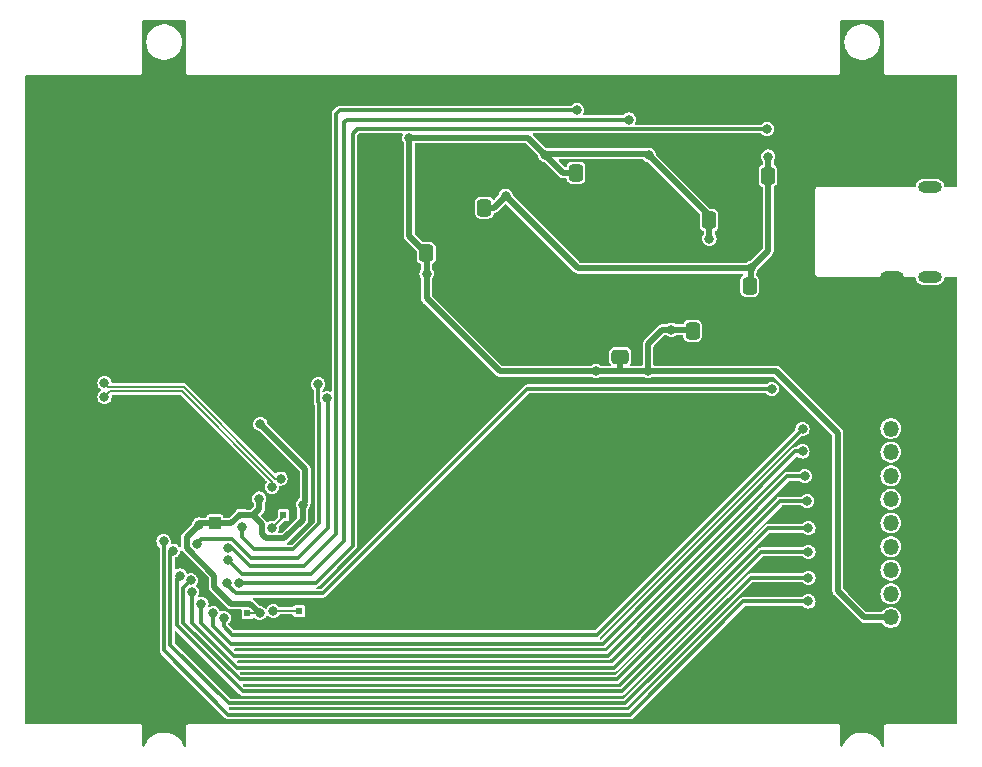
<source format=gbl>
G04 #@! TF.GenerationSoftware,KiCad,Pcbnew,7.0.3*
G04 #@! TF.CreationDate,2023-06-15T19:20:55+02:00*
G04 #@! TF.ProjectId,osc_v2,6f73635f-7632-42e6-9b69-6361645f7063,rev?*
G04 #@! TF.SameCoordinates,Original*
G04 #@! TF.FileFunction,Copper,L2,Bot*
G04 #@! TF.FilePolarity,Positive*
%FSLAX46Y46*%
G04 Gerber Fmt 4.6, Leading zero omitted, Abs format (unit mm)*
G04 Created by KiCad (PCBNEW 7.0.3) date 2023-06-15 19:20:55*
%MOMM*%
%LPD*%
G01*
G04 APERTURE LIST*
G04 Aperture macros list*
%AMRoundRect*
0 Rectangle with rounded corners*
0 $1 Rounding radius*
0 $2 $3 $4 $5 $6 $7 $8 $9 X,Y pos of 4 corners*
0 Add a 4 corners polygon primitive as box body*
4,1,4,$2,$3,$4,$5,$6,$7,$8,$9,$2,$3,0*
0 Add four circle primitives for the rounded corners*
1,1,$1+$1,$2,$3*
1,1,$1+$1,$4,$5*
1,1,$1+$1,$6,$7*
1,1,$1+$1,$8,$9*
0 Add four rect primitives between the rounded corners*
20,1,$1+$1,$2,$3,$4,$5,0*
20,1,$1+$1,$4,$5,$6,$7,0*
20,1,$1+$1,$6,$7,$8,$9,0*
20,1,$1+$1,$8,$9,$2,$3,0*%
G04 Aperture macros list end*
G04 #@! TA.AperFunction,ComponentPad*
%ADD10R,1.350000X1.350000*%
G04 #@! TD*
G04 #@! TA.AperFunction,ComponentPad*
%ADD11O,1.350000X1.350000*%
G04 #@! TD*
G04 #@! TA.AperFunction,ComponentPad*
%ADD12O,2.016000X1.008000*%
G04 #@! TD*
G04 #@! TA.AperFunction,SMDPad,CuDef*
%ADD13R,0.600000X0.600000*%
G04 #@! TD*
G04 #@! TA.AperFunction,SMDPad,CuDef*
%ADD14RoundRect,0.250000X0.337500X0.475000X-0.337500X0.475000X-0.337500X-0.475000X0.337500X-0.475000X0*%
G04 #@! TD*
G04 #@! TA.AperFunction,SMDPad,CuDef*
%ADD15RoundRect,0.250000X-0.337500X-0.475000X0.337500X-0.475000X0.337500X0.475000X-0.337500X0.475000X0*%
G04 #@! TD*
G04 #@! TA.AperFunction,SMDPad,CuDef*
%ADD16R,1.000000X1.075000*%
G04 #@! TD*
G04 #@! TA.AperFunction,SMDPad,CuDef*
%ADD17RoundRect,0.250000X-0.475000X0.337500X-0.475000X-0.337500X0.475000X-0.337500X0.475000X0.337500X0*%
G04 #@! TD*
G04 #@! TA.AperFunction,ViaPad*
%ADD18C,0.800000*%
G04 #@! TD*
G04 #@! TA.AperFunction,Conductor*
%ADD19C,0.508000*%
G04 #@! TD*
G04 #@! TA.AperFunction,Conductor*
%ADD20C,0.330200*%
G04 #@! TD*
G04 #@! TA.AperFunction,Conductor*
%ADD21C,0.177800*%
G04 #@! TD*
G04 #@! TA.AperFunction,Conductor*
%ADD22C,0.254000*%
G04 #@! TD*
G04 APERTURE END LIST*
D10*
X143735000Y-158960000D03*
D11*
X143735000Y-156960000D03*
X143735000Y-154960000D03*
X143735000Y-152960000D03*
X143735000Y-150960000D03*
X143735000Y-148960000D03*
X143735000Y-146960000D03*
X143735000Y-144960000D03*
X143735000Y-142960000D03*
X143735000Y-140960000D03*
X143735000Y-138960000D03*
X143735000Y-136960000D03*
D12*
X147045000Y-116510000D03*
X143845000Y-124110000D03*
X147045000Y-124110000D03*
D13*
X92309838Y-143266838D03*
X92309838Y-144282838D03*
D14*
X119162500Y-115310000D03*
X117087500Y-115310000D03*
D13*
X94663000Y-152400000D03*
X93647000Y-152400000D03*
D15*
X131247500Y-115570000D03*
X133322500Y-115570000D03*
X107250000Y-118250000D03*
X109325000Y-118250000D03*
D13*
X89263000Y-152600000D03*
X88247000Y-152600000D03*
X88755000Y-144290838D03*
X88755000Y-143274838D03*
D16*
X86509838Y-144974838D03*
X86509838Y-143274838D03*
D15*
X128347500Y-119320000D03*
X130422500Y-119320000D03*
D17*
X120835000Y-128812500D03*
X120835000Y-130887500D03*
D15*
X104400000Y-122100000D03*
X106475000Y-122100000D03*
X126942500Y-128675000D03*
X129017500Y-128675000D03*
X129692500Y-124875000D03*
X131767500Y-124875000D03*
D18*
X90255000Y-142900000D03*
X88355000Y-153500000D03*
X135455000Y-130300000D03*
X93155000Y-142400000D03*
X111555000Y-128900000D03*
X118855000Y-127000000D03*
X142755000Y-116000000D03*
X147555000Y-128900000D03*
X127355000Y-158200000D03*
X72255000Y-122800000D03*
X73355000Y-132300000D03*
X72955000Y-154200000D03*
X72755000Y-145000000D03*
X133255000Y-158200000D03*
X139155000Y-158200000D03*
X139155000Y-154700000D03*
X147855000Y-156800000D03*
X147655000Y-147000000D03*
X147455000Y-137800000D03*
X80055000Y-112300000D03*
X87955000Y-122400000D03*
X106755000Y-130400000D03*
X100855000Y-130400000D03*
X107155000Y-136800000D03*
X100555000Y-136900000D03*
X100455000Y-143200000D03*
X100455000Y-150400000D03*
X107555000Y-150300000D03*
X107355000Y-143700000D03*
X123655000Y-143600000D03*
X115255000Y-150300000D03*
X115155000Y-143700000D03*
X114955000Y-137200000D03*
X123355000Y-137100000D03*
X82155000Y-146500000D03*
X82963900Y-147300000D03*
X83533537Y-149412816D03*
X84455000Y-149800000D03*
X84555000Y-150800000D03*
X85355000Y-151800000D03*
X86341643Y-152594063D03*
X87255000Y-153000000D03*
X136755000Y-151600000D03*
X136755000Y-149600000D03*
X136755000Y-147400000D03*
X136755000Y-145400000D03*
X136655000Y-143100000D03*
X136455000Y-141000000D03*
X136255000Y-138900000D03*
X136255000Y-137000000D03*
X77155000Y-133100000D03*
X77155000Y-134300000D03*
X91341773Y-141886773D03*
X92061754Y-141193497D03*
X131855000Y-123400000D03*
X111125000Y-117250000D03*
X133345000Y-113940000D03*
X129855000Y-126500000D03*
X83655000Y-128100000D03*
X85255000Y-117100000D03*
X101055000Y-123000000D03*
X81855000Y-142600000D03*
X118455000Y-120700000D03*
X87255000Y-110300000D03*
X93855000Y-124200000D03*
X98955000Y-117200000D03*
X95255000Y-130500000D03*
X114055000Y-116500000D03*
X126055000Y-121400000D03*
X139055000Y-109300000D03*
X86955000Y-158400000D03*
X88055000Y-142000000D03*
X73455000Y-110200000D03*
X79055000Y-155600000D03*
X91055000Y-117200000D03*
X84355000Y-130800000D03*
X109455000Y-108300000D03*
X133655000Y-127700000D03*
X107855000Y-123000000D03*
X110055000Y-114300000D03*
X128375000Y-120880000D03*
X114474069Y-113796500D03*
X123265000Y-113833500D03*
X123175000Y-132100000D03*
X102955000Y-112360000D03*
X125155000Y-128590000D03*
X104425000Y-123840000D03*
X118765000Y-132110000D03*
X91308500Y-145412100D03*
X91455000Y-152400000D03*
X93951484Y-143403516D03*
X85155000Y-145100000D03*
X90289761Y-152593606D03*
X90355000Y-136600000D03*
X88807560Y-145309556D03*
X95255000Y-133200000D03*
X95990400Y-134371238D03*
X84955000Y-146700000D03*
X87655000Y-147100000D03*
X117155000Y-110000000D03*
X87655000Y-148100000D03*
X121555000Y-110800000D03*
X87555000Y-150000000D03*
X133655000Y-133600000D03*
X88555000Y-150000000D03*
X133255000Y-111600000D03*
D19*
X90271908Y-143783092D02*
X90271908Y-142916908D01*
X90271908Y-142916908D02*
X90255000Y-142900000D01*
D20*
X136255000Y-137000000D02*
X118855000Y-154400000D01*
X118855000Y-154400000D02*
X87955000Y-154400000D01*
X87955000Y-154400000D02*
X87255000Y-153700000D01*
X87255000Y-153700000D02*
X87255000Y-153000000D01*
X136255000Y-138900000D02*
X135655000Y-138900000D01*
X135655000Y-138900000D02*
X119355000Y-155200000D01*
X119355000Y-155200000D02*
X87854264Y-155200000D01*
X87854264Y-155200000D02*
X86341643Y-153687379D01*
X86341643Y-153687379D02*
X86341643Y-152594063D01*
X136455000Y-141000000D02*
X134955000Y-141000000D01*
X134955000Y-141000000D02*
X119755000Y-156200000D01*
X119755000Y-156200000D02*
X88104448Y-156200000D01*
X85355000Y-153450552D02*
X85355000Y-151800000D01*
X88104448Y-156200000D02*
X85355000Y-153450552D01*
X136655000Y-143100000D02*
X134355000Y-143100000D01*
X134355000Y-143100000D02*
X120255000Y-157200000D01*
X84555000Y-153400368D02*
X84555000Y-150800000D01*
X120255000Y-157200000D02*
X88354632Y-157200000D01*
X88354632Y-157200000D02*
X84555000Y-153400368D01*
X136755000Y-145400000D02*
X133355000Y-145400000D01*
X133355000Y-145400000D02*
X120555000Y-158200000D01*
X120555000Y-158200000D02*
X88604816Y-158200000D01*
X88604816Y-158200000D02*
X83789900Y-153385084D01*
X83789900Y-153385084D02*
X83789900Y-150465100D01*
X83789900Y-150465100D02*
X84455000Y-149800000D01*
X136755000Y-147400000D02*
X132755000Y-147400000D01*
X132755000Y-147400000D02*
X120955000Y-159200000D01*
X83259700Y-153604700D02*
X83259700Y-149686653D01*
X120955000Y-159200000D02*
X88855000Y-159200000D01*
X88855000Y-159200000D02*
X83259700Y-153604700D01*
X83259700Y-149686653D02*
X83533537Y-149412816D01*
X133655000Y-133600000D02*
X112955000Y-133600000D01*
X112955000Y-133600000D02*
X95655000Y-150900000D01*
X95655000Y-150900000D02*
X88255000Y-150900000D01*
X88255000Y-150900000D02*
X87555000Y-150200000D01*
X87555000Y-150200000D02*
X87555000Y-150028134D01*
D19*
X85155000Y-145100000D02*
X84101000Y-146154000D01*
X87855000Y-151800000D02*
X89496155Y-151800000D01*
X84101000Y-146154000D02*
X84101000Y-147053739D01*
X84101000Y-147053739D02*
X86455000Y-149407739D01*
X86455000Y-149407739D02*
X86455000Y-150400000D01*
X86455000Y-150400000D02*
X87855000Y-151800000D01*
X89496155Y-151800000D02*
X90289761Y-152593606D01*
D21*
X92061754Y-141193497D02*
X91622749Y-141193497D01*
X91622749Y-141193497D02*
X83851452Y-133422200D01*
X83851452Y-133422200D02*
X77477200Y-133422200D01*
X77477200Y-133422200D02*
X77155000Y-133100000D01*
D20*
X82963900Y-147300000D02*
X82729500Y-147534400D01*
X87672985Y-160200000D02*
X121255000Y-160200000D01*
X82729500Y-147534400D02*
X82729500Y-155256515D01*
X131855000Y-149600000D02*
X136755000Y-149600000D01*
X82729500Y-155256515D02*
X87672985Y-160200000D01*
X121255000Y-160200000D02*
X131855000Y-149600000D01*
X121655000Y-161200000D02*
X131255000Y-151600000D01*
X82155000Y-146500000D02*
X82199300Y-146544300D01*
X87655000Y-161200000D02*
X121655000Y-161200000D01*
X82199300Y-146544300D02*
X82199300Y-155744300D01*
X82199300Y-155744300D02*
X87655000Y-161200000D01*
X131255000Y-151600000D02*
X136755000Y-151600000D01*
D19*
X90355000Y-136600000D02*
X94155000Y-140400000D01*
X94155000Y-140400000D02*
X94155000Y-143200000D01*
X94155000Y-143200000D02*
X93951484Y-143403516D01*
D21*
X77155000Y-134300000D02*
X77655000Y-133800000D01*
X91341773Y-141446811D02*
X91341773Y-141886773D01*
X77655000Y-133800000D02*
X83694962Y-133800000D01*
X83694962Y-133800000D02*
X91341773Y-141446811D01*
D19*
X109325000Y-118250000D02*
X110125000Y-118250000D01*
X131855000Y-124787500D02*
X131767500Y-124875000D01*
X133345000Y-115547500D02*
X133322500Y-115570000D01*
X133345000Y-121910000D02*
X131855000Y-123400000D01*
X133345000Y-113940000D02*
X133345000Y-115547500D01*
X117275000Y-123400000D02*
X131855000Y-123400000D01*
X111125000Y-117250000D02*
X117275000Y-123400000D01*
X110125000Y-118250000D02*
X111125000Y-117250000D01*
X131855000Y-123400000D02*
X131855000Y-124787500D01*
X133345000Y-113940000D02*
X133345000Y-121910000D01*
X128375000Y-119347500D02*
X128347500Y-119320000D01*
X126857500Y-128590000D02*
X126942500Y-128675000D01*
X128347500Y-119320000D02*
X128347500Y-118916000D01*
X125155000Y-128590000D02*
X124395000Y-128590000D01*
X128375000Y-120880000D02*
X128375000Y-119347500D01*
X104425000Y-122125000D02*
X104400000Y-122100000D01*
X123175000Y-129810000D02*
X123175000Y-132100000D01*
X113037569Y-112360000D02*
X114474069Y-113796500D01*
X139245000Y-137330000D02*
X139245000Y-150720000D01*
X124395000Y-128590000D02*
X123175000Y-129810000D01*
X115987569Y-115310000D02*
X117087500Y-115310000D01*
X104425000Y-123840000D02*
X104425000Y-122125000D01*
X120835000Y-132110000D02*
X118765000Y-132110000D01*
X110615000Y-132110000D02*
X104425000Y-125920000D01*
X104425000Y-125920000D02*
X104425000Y-123840000D01*
X139245000Y-150720000D02*
X141485000Y-152960000D01*
X118765000Y-132110000D02*
X110615000Y-132110000D01*
X120835000Y-132110000D02*
X123165000Y-132110000D01*
X123175000Y-132100000D02*
X134015000Y-132100000D01*
X123121500Y-113690000D02*
X123265000Y-113833500D01*
X104400000Y-122100000D02*
X102955000Y-120655000D01*
X128347500Y-118916000D02*
X123265000Y-113833500D01*
X102955000Y-112360000D02*
X113037569Y-112360000D01*
X134015000Y-132100000D02*
X139245000Y-137330000D01*
X102955000Y-120655000D02*
X102955000Y-112360000D01*
X120835000Y-130887500D02*
X120835000Y-132110000D01*
X123165000Y-132110000D02*
X123175000Y-132100000D01*
X141485000Y-152960000D02*
X143735000Y-152960000D01*
X114474069Y-113796500D02*
X114580569Y-113690000D01*
X125155000Y-128590000D02*
X126857500Y-128590000D01*
X114580569Y-113690000D02*
X123121500Y-113690000D01*
X114474069Y-113796500D02*
X115987569Y-115310000D01*
D21*
X92309838Y-144410762D02*
X92309838Y-144282838D01*
X91308500Y-145412100D02*
X92309838Y-144410762D01*
X91455000Y-152400000D02*
X93647000Y-152400000D01*
D19*
X85280162Y-144974838D02*
X85155000Y-145100000D01*
X89707010Y-144290838D02*
X89764162Y-144290838D01*
X89707010Y-144290838D02*
X90455000Y-145038828D01*
X93951484Y-144703366D02*
X93951484Y-143403516D01*
X87909377Y-145000000D02*
X87855000Y-145000000D01*
X90455000Y-145038828D02*
X90455000Y-145900000D01*
X89764162Y-144290838D02*
X90271908Y-143783092D01*
X90455000Y-145900000D02*
X90820600Y-146265600D01*
X92389250Y-146265600D02*
X93951484Y-144703366D01*
X87855000Y-145000000D02*
X87829838Y-144974838D01*
D21*
X89263000Y-152600000D02*
X90283367Y-152600000D01*
D19*
X88618539Y-144290838D02*
X87909377Y-145000000D01*
D21*
X90283367Y-152600000D02*
X90289761Y-152593606D01*
D19*
X88755000Y-144290838D02*
X89707010Y-144290838D01*
X88755000Y-144290838D02*
X88618539Y-144290838D01*
X90820600Y-146265600D02*
X92389250Y-146265600D01*
X86509838Y-144974838D02*
X85280162Y-144974838D01*
X87829838Y-144974838D02*
X86509838Y-144974838D01*
D20*
X95225300Y-134688153D02*
X95355000Y-134817853D01*
X88817116Y-146162116D02*
X88817116Y-145300000D01*
X95355000Y-145000000D02*
X93155000Y-147200000D01*
D21*
X88807560Y-145309556D02*
X88817116Y-145300000D01*
D20*
X95355000Y-134817853D02*
X95355000Y-145000000D01*
X95255000Y-133200000D02*
X95225300Y-133229700D01*
X95225300Y-133229700D02*
X95225300Y-134688153D01*
X89855000Y-147200000D02*
X88817116Y-146162116D01*
X93155000Y-147200000D02*
X89855000Y-147200000D01*
X87971915Y-146334900D02*
X85320100Y-146334900D01*
X89537015Y-147900000D02*
X87971915Y-146334900D01*
X96055000Y-145400000D02*
X93555000Y-147900000D01*
X93555000Y-147900000D02*
X89537015Y-147900000D01*
X85320100Y-146334900D02*
X84955000Y-146700000D01*
X95990400Y-134371238D02*
X96055000Y-134435838D01*
X96055000Y-134435838D02*
X96055000Y-145400000D01*
X96755000Y-110300000D02*
X96755000Y-145900000D01*
X89455000Y-148600000D02*
X87955000Y-147100000D01*
X97055000Y-110000000D02*
X96755000Y-110300000D01*
X94055000Y-148600000D02*
X89455000Y-148600000D01*
X117155000Y-110000000D02*
X97055000Y-110000000D01*
X87955000Y-147100000D02*
X87655000Y-147100000D01*
X96755000Y-145900000D02*
X94055000Y-148600000D01*
X88937015Y-149300000D02*
X88871915Y-149234900D01*
X88789900Y-149234900D02*
X87655000Y-148100000D01*
X88871915Y-149234900D02*
X88789900Y-149234900D01*
X121555000Y-110800000D02*
X97655000Y-110800000D01*
X97655000Y-110800000D02*
X97455000Y-111000000D01*
X97455000Y-146500000D02*
X94655000Y-149300000D01*
X94655000Y-149300000D02*
X88937015Y-149300000D01*
X97455000Y-111000000D02*
X97455000Y-146500000D01*
D22*
X87555000Y-150028134D02*
X87555000Y-150000000D01*
D20*
X133255000Y-111600000D02*
X133249900Y-111594900D01*
X95055000Y-150000000D02*
X88555000Y-150000000D01*
X98155000Y-146900000D02*
X95055000Y-150000000D01*
X133249900Y-111594900D02*
X98560100Y-111594900D01*
X98155000Y-112000000D02*
X98155000Y-146900000D01*
X98560100Y-111594900D02*
X98155000Y-112000000D01*
G04 #@! TA.AperFunction,Conductor*
G36*
X84033101Y-102421065D02*
G01*
X84063165Y-102473136D01*
X84064500Y-102488400D01*
X84064500Y-106845761D01*
X84064501Y-106845767D01*
X84070256Y-106857718D01*
X84076755Y-106876291D01*
X84079708Y-106889226D01*
X84079710Y-106889231D01*
X84087985Y-106899608D01*
X84098455Y-106916271D01*
X84104209Y-106928219D01*
X84104210Y-106928220D01*
X84104212Y-106928224D01*
X84114582Y-106936494D01*
X84114585Y-106936496D01*
X84128501Y-106950412D01*
X84136775Y-106960788D01*
X84143233Y-106963897D01*
X84148727Y-106966543D01*
X84165394Y-106977016D01*
X84169503Y-106980293D01*
X84175767Y-106985289D01*
X84175768Y-106985289D01*
X84175769Y-106985290D01*
X84188702Y-106988241D01*
X84207281Y-106994742D01*
X84219237Y-107000500D01*
X139310762Y-107000500D01*
X139310763Y-107000500D01*
X139322714Y-106994743D01*
X139341296Y-106988242D01*
X139354231Y-106985290D01*
X139364609Y-106977012D01*
X139381267Y-106966545D01*
X139393224Y-106960788D01*
X139401494Y-106950416D01*
X139415417Y-106936494D01*
X139415535Y-106936400D01*
X139425788Y-106928224D01*
X139431545Y-106916267D01*
X139442014Y-106899608D01*
X139450290Y-106889231D01*
X139453242Y-106876295D01*
X139459743Y-106857714D01*
X139465500Y-106845763D01*
X139465500Y-106754237D01*
X139465500Y-106754236D01*
X139465500Y-104250000D01*
X139799357Y-104250000D01*
X139819891Y-104497820D01*
X139819892Y-104497826D01*
X139880935Y-104738877D01*
X139880938Y-104738885D01*
X139920384Y-104828812D01*
X139980827Y-104966607D01*
X139980831Y-104966613D01*
X140116831Y-105174779D01*
X140116832Y-105174781D01*
X140273355Y-105344810D01*
X140285256Y-105357738D01*
X140481491Y-105510474D01*
X140700190Y-105628828D01*
X140935386Y-105709571D01*
X140935388Y-105709571D01*
X140935390Y-105709572D01*
X141180661Y-105750500D01*
X141180665Y-105750500D01*
X141429339Y-105750500D01*
X141674609Y-105709572D01*
X141674609Y-105709571D01*
X141674614Y-105709571D01*
X141909810Y-105628828D01*
X142128509Y-105510474D01*
X142324744Y-105357738D01*
X142493164Y-105174785D01*
X142629173Y-104966607D01*
X142729063Y-104738881D01*
X142790108Y-104497821D01*
X142810643Y-104250000D01*
X142790108Y-104002179D01*
X142790107Y-104002173D01*
X142729064Y-103761122D01*
X142729061Y-103761114D01*
X142629177Y-103533403D01*
X142629173Y-103533393D01*
X142524109Y-103372580D01*
X142493168Y-103325220D01*
X142493167Y-103325218D01*
X142324745Y-103142263D01*
X142128512Y-102989528D01*
X142128510Y-102989527D01*
X142128509Y-102989526D01*
X141909810Y-102871172D01*
X141909806Y-102871170D01*
X141909803Y-102871169D01*
X141674618Y-102790430D01*
X141674609Y-102790427D01*
X141429339Y-102749500D01*
X141429335Y-102749500D01*
X141180665Y-102749500D01*
X141180661Y-102749500D01*
X140935390Y-102790427D01*
X140935381Y-102790430D01*
X140700196Y-102871169D01*
X140481487Y-102989528D01*
X140285254Y-103142263D01*
X140116832Y-103325218D01*
X140116831Y-103325220D01*
X139980831Y-103533386D01*
X139980822Y-103533403D01*
X139880938Y-103761114D01*
X139880935Y-103761122D01*
X139819892Y-104002173D01*
X139819891Y-104002179D01*
X139799357Y-104250000D01*
X139465500Y-104250000D01*
X139465500Y-102488400D01*
X139486065Y-102431899D01*
X139538136Y-102401835D01*
X139553400Y-102400500D01*
X143076600Y-102400500D01*
X143133101Y-102421065D01*
X143163165Y-102473136D01*
X143164500Y-102488400D01*
X143164500Y-106799746D01*
X143164426Y-106845438D01*
X143164426Y-106845440D01*
X143170266Y-106857618D01*
X143176703Y-106876062D01*
X143179709Y-106889230D01*
X143187837Y-106899422D01*
X143198369Y-106916213D01*
X143204005Y-106927964D01*
X143204006Y-106927965D01*
X143214548Y-106936400D01*
X143228353Y-106950227D01*
X143236775Y-106960788D01*
X143248513Y-106966440D01*
X143265291Y-106977001D01*
X143275469Y-106985145D01*
X143288630Y-106988171D01*
X143307069Y-106994640D01*
X143319237Y-107000500D01*
X143364881Y-107000500D01*
X148954325Y-107009543D01*
X149256742Y-107010033D01*
X149313210Y-107030689D01*
X149343189Y-107082809D01*
X149344500Y-107097933D01*
X149344500Y-116421600D01*
X149323935Y-116478101D01*
X149271864Y-116508165D01*
X149256600Y-116509500D01*
X148344600Y-116509500D01*
X148288099Y-116488935D01*
X148258035Y-116436864D01*
X148257377Y-116429345D01*
X148257341Y-116429350D01*
X148256700Y-116424072D01*
X148256091Y-116421600D01*
X148215571Y-116257203D01*
X148135704Y-116105028D01*
X148021739Y-115976388D01*
X147880300Y-115878760D01*
X147880299Y-115878759D01*
X147789929Y-115844487D01*
X147719608Y-115817818D01*
X147719603Y-115817817D01*
X147719602Y-115817817D01*
X147631303Y-115807095D01*
X147591808Y-115802300D01*
X146498192Y-115802300D01*
X146468021Y-115805963D01*
X146370397Y-115817817D01*
X146370394Y-115817817D01*
X146370392Y-115817818D01*
X146370385Y-115817820D01*
X146370387Y-115817820D01*
X146209700Y-115878759D01*
X146209699Y-115878759D01*
X146068264Y-115976385D01*
X146068261Y-115976387D01*
X146068261Y-115976388D01*
X146047879Y-115999395D01*
X145954298Y-116105025D01*
X145954294Y-116105030D01*
X145874430Y-116257200D01*
X145833299Y-116424072D01*
X145832659Y-116429350D01*
X145830571Y-116429096D01*
X145812735Y-116478101D01*
X145760664Y-116508165D01*
X145745400Y-116509500D01*
X137590763Y-116509500D01*
X137499237Y-116509500D01*
X137499235Y-116509500D01*
X137499233Y-116509501D01*
X137487283Y-116515256D01*
X137468710Y-116521755D01*
X137455772Y-116524708D01*
X137455768Y-116524710D01*
X137445390Y-116532986D01*
X137428732Y-116543453D01*
X137416777Y-116549211D01*
X137416774Y-116549213D01*
X137408501Y-116559587D01*
X137394587Y-116573501D01*
X137384213Y-116581774D01*
X137384211Y-116581777D01*
X137378453Y-116593732D01*
X137367986Y-116610390D01*
X137359710Y-116620768D01*
X137359708Y-116620772D01*
X137356755Y-116633710D01*
X137350256Y-116652283D01*
X137344501Y-116664233D01*
X137344500Y-116664239D01*
X137344500Y-123955761D01*
X137344501Y-123955767D01*
X137350256Y-123967718D01*
X137356755Y-123986291D01*
X137359708Y-123999226D01*
X137359710Y-123999231D01*
X137367985Y-124009608D01*
X137378455Y-124026271D01*
X137384209Y-124038219D01*
X137384210Y-124038220D01*
X137384212Y-124038224D01*
X137394585Y-124046496D01*
X137408501Y-124060412D01*
X137416775Y-124070788D01*
X137423233Y-124073897D01*
X137428727Y-124076543D01*
X137445397Y-124087018D01*
X137455767Y-124095289D01*
X137455768Y-124095289D01*
X137455769Y-124095290D01*
X137468702Y-124098241D01*
X137487281Y-124104742D01*
X137499237Y-124110500D01*
X137522410Y-124110500D01*
X145745400Y-124110500D01*
X145801901Y-124131065D01*
X145831965Y-124183136D01*
X145832622Y-124190654D01*
X145832659Y-124190650D01*
X145833299Y-124195927D01*
X145833300Y-124195930D01*
X145874429Y-124362797D01*
X145874429Y-124362798D01*
X145874430Y-124362799D01*
X145912141Y-124434653D01*
X145954296Y-124514972D01*
X146068261Y-124643612D01*
X146209700Y-124741240D01*
X146370392Y-124802182D01*
X146498192Y-124817700D01*
X146498193Y-124817700D01*
X147591807Y-124817700D01*
X147591808Y-124817700D01*
X147719608Y-124802182D01*
X147880300Y-124741240D01*
X148021739Y-124643612D01*
X148135704Y-124514972D01*
X148215571Y-124362797D01*
X148256700Y-124195930D01*
X148256700Y-124195926D01*
X148257341Y-124190650D01*
X148259428Y-124190903D01*
X148277265Y-124141899D01*
X148329336Y-124111835D01*
X148344600Y-124110500D01*
X149256600Y-124110500D01*
X149313101Y-124131065D01*
X149343165Y-124183136D01*
X149344499Y-124198396D01*
X149344499Y-124314695D01*
X149344499Y-124385381D01*
X149344493Y-124385501D01*
X149344500Y-124410153D01*
X149344500Y-124434653D01*
X149344505Y-124434760D01*
X149351074Y-149260999D01*
X149354330Y-161569138D01*
X149354424Y-161921577D01*
X149333874Y-161978083D01*
X149281811Y-162008161D01*
X149266524Y-162009500D01*
X143400763Y-162009500D01*
X143309237Y-162009500D01*
X143309235Y-162009500D01*
X143309233Y-162009501D01*
X143297283Y-162015256D01*
X143278710Y-162021755D01*
X143265772Y-162024708D01*
X143265768Y-162024710D01*
X143255390Y-162032986D01*
X143238732Y-162043453D01*
X143226777Y-162049211D01*
X143226774Y-162049213D01*
X143218501Y-162059587D01*
X143204587Y-162073501D01*
X143194213Y-162081774D01*
X143194211Y-162081777D01*
X143188453Y-162093732D01*
X143177986Y-162110390D01*
X143169710Y-162120768D01*
X143169708Y-162120772D01*
X143166755Y-162133710D01*
X143160256Y-162152283D01*
X143154501Y-162164233D01*
X143154500Y-162164239D01*
X143154500Y-163819614D01*
X143133935Y-163876115D01*
X143081864Y-163906179D01*
X143022650Y-163895738D01*
X142984777Y-163851729D01*
X142931743Y-163716602D01*
X142796815Y-163482898D01*
X142628561Y-163271915D01*
X142430741Y-163088365D01*
X142430739Y-163088364D01*
X142430734Y-163088359D01*
X142207772Y-162936347D01*
X142207773Y-162936347D01*
X141964644Y-162819263D01*
X141964641Y-162819262D01*
X141706772Y-162739720D01*
X141706768Y-162739719D01*
X141706767Y-162739719D01*
X141439931Y-162699500D01*
X141439929Y-162699500D01*
X141170071Y-162699500D01*
X141170068Y-162699500D01*
X140903232Y-162739719D01*
X140903229Y-162739719D01*
X140903228Y-162739720D01*
X140774293Y-162779491D01*
X140645355Y-162819263D01*
X140402233Y-162936345D01*
X140402229Y-162936347D01*
X140402226Y-162936349D01*
X140250614Y-163039715D01*
X140179257Y-163088366D01*
X140179256Y-163088367D01*
X139981441Y-163271912D01*
X139823189Y-163470354D01*
X139813185Y-163482898D01*
X139678257Y-163716602D01*
X139625222Y-163851729D01*
X139585438Y-163896810D01*
X139525983Y-163905771D01*
X139474677Y-163874418D01*
X139455500Y-163819614D01*
X139455500Y-162164237D01*
X139449743Y-162152283D01*
X139443241Y-162133700D01*
X139440290Y-162120772D01*
X139440290Y-162120769D01*
X139440289Y-162120768D01*
X139440289Y-162120767D01*
X139432018Y-162110397D01*
X139421542Y-162093725D01*
X139415788Y-162081775D01*
X139405412Y-162073501D01*
X139391496Y-162059585D01*
X139383224Y-162049212D01*
X139383220Y-162049210D01*
X139383219Y-162049209D01*
X139371271Y-162043455D01*
X139354608Y-162032985D01*
X139344231Y-162024710D01*
X139344226Y-162024708D01*
X139331291Y-162021755D01*
X139312718Y-162015256D01*
X139300767Y-162009501D01*
X139300763Y-162009500D01*
X139277590Y-162009500D01*
X84300763Y-162009500D01*
X84209237Y-162009500D01*
X84209235Y-162009500D01*
X84209233Y-162009501D01*
X84197283Y-162015256D01*
X84178710Y-162021755D01*
X84165772Y-162024708D01*
X84165768Y-162024710D01*
X84155390Y-162032986D01*
X84138732Y-162043453D01*
X84126777Y-162049211D01*
X84126774Y-162049213D01*
X84118501Y-162059587D01*
X84104587Y-162073501D01*
X84094213Y-162081774D01*
X84094211Y-162081777D01*
X84088453Y-162093732D01*
X84077986Y-162110390D01*
X84069710Y-162120768D01*
X84069708Y-162120772D01*
X84066755Y-162133710D01*
X84060256Y-162152283D01*
X84054501Y-162164233D01*
X84054500Y-162164239D01*
X84054500Y-163819614D01*
X84033935Y-163876115D01*
X83981864Y-163906179D01*
X83922650Y-163895738D01*
X83884777Y-163851729D01*
X83831743Y-163716602D01*
X83696815Y-163482898D01*
X83528561Y-163271915D01*
X83330741Y-163088365D01*
X83330739Y-163088364D01*
X83330734Y-163088359D01*
X83107772Y-162936347D01*
X83107773Y-162936347D01*
X82864644Y-162819263D01*
X82864641Y-162819262D01*
X82606772Y-162739720D01*
X82606768Y-162739719D01*
X82606767Y-162739719D01*
X82339931Y-162699500D01*
X82339929Y-162699500D01*
X82070071Y-162699500D01*
X82070068Y-162699500D01*
X81803232Y-162739719D01*
X81803229Y-162739719D01*
X81803228Y-162739720D01*
X81674293Y-162779491D01*
X81545355Y-162819263D01*
X81302233Y-162936345D01*
X81302229Y-162936347D01*
X81302226Y-162936349D01*
X81150614Y-163039715D01*
X81079257Y-163088366D01*
X81079256Y-163088367D01*
X80881441Y-163271912D01*
X80723189Y-163470354D01*
X80713185Y-163482898D01*
X80578257Y-163716602D01*
X80525222Y-163851729D01*
X80485438Y-163896810D01*
X80425983Y-163905771D01*
X80374677Y-163874418D01*
X80355500Y-163819614D01*
X80355500Y-162210246D01*
X80355546Y-162164439D01*
X80349739Y-162152351D01*
X80343274Y-162133845D01*
X80343243Y-162133710D01*
X80340290Y-162120769D01*
X80340287Y-162120765D01*
X80332108Y-162110508D01*
X80321596Y-162093760D01*
X80315918Y-162081939D01*
X80315917Y-162081938D01*
X80305436Y-162073562D01*
X80291588Y-162059700D01*
X80283224Y-162049212D01*
X80271399Y-162043517D01*
X80254669Y-162032991D01*
X80244421Y-162024802D01*
X80244419Y-162024801D01*
X80244418Y-162024800D01*
X80244416Y-162024799D01*
X80244415Y-162024799D01*
X80231338Y-162021800D01*
X80212849Y-162015320D01*
X80200763Y-162009500D01*
X80155068Y-162009500D01*
X70543362Y-161999790D01*
X70486882Y-161979168D01*
X70456871Y-161927066D01*
X70455551Y-161911883D01*
X70458333Y-146500000D01*
X81546091Y-146500000D01*
X81566839Y-146657597D01*
X81627669Y-146804455D01*
X81724435Y-146930563D01*
X81724436Y-146930564D01*
X81724439Y-146930567D01*
X81796110Y-146985561D01*
X81828416Y-147036271D01*
X81830500Y-147055297D01*
X81830500Y-155696931D01*
X81828629Y-155714970D01*
X81825719Y-155728848D01*
X81825718Y-155728849D01*
X81830162Y-155764493D01*
X81830500Y-155769935D01*
X81830500Y-155774863D01*
X81834124Y-155796589D01*
X81834386Y-155798383D01*
X81840944Y-155850989D01*
X81843021Y-155857964D01*
X81842478Y-155858125D01*
X81842759Y-155859002D01*
X81843295Y-155858819D01*
X81845660Y-155865708D01*
X81870892Y-155912334D01*
X81871724Y-155913949D01*
X81895001Y-155961564D01*
X81899232Y-155967489D01*
X81898768Y-155967820D01*
X81899316Y-155968555D01*
X81899766Y-155968206D01*
X81904240Y-155973954D01*
X81943242Y-156009858D01*
X81944553Y-156011116D01*
X87360725Y-161427287D01*
X87372156Y-161441364D01*
X87379913Y-161453236D01*
X87382665Y-161455378D01*
X87408255Y-161475296D01*
X87412342Y-161478905D01*
X87415828Y-161482390D01*
X87415829Y-161482391D01*
X87433754Y-161495190D01*
X87435210Y-161496275D01*
X87445518Y-161504298D01*
X87477043Y-161528835D01*
X87477045Y-161528835D01*
X87483451Y-161532302D01*
X87483178Y-161532805D01*
X87483991Y-161533223D01*
X87484242Y-161532710D01*
X87490782Y-161535907D01*
X87490783Y-161535907D01*
X87490784Y-161535908D01*
X87541611Y-161551039D01*
X87543333Y-161551592D01*
X87563036Y-161558356D01*
X87593458Y-161568800D01*
X87593461Y-161568800D01*
X87600643Y-161569999D01*
X87600549Y-161570561D01*
X87601452Y-161570693D01*
X87601523Y-161570128D01*
X87608751Y-161571029D01*
X87661742Y-161568838D01*
X87663559Y-161568800D01*
X121607632Y-161568800D01*
X121625668Y-161570670D01*
X121639549Y-161573581D01*
X121669597Y-161569835D01*
X121675193Y-161569138D01*
X121680635Y-161568800D01*
X121685557Y-161568800D01*
X121685562Y-161568800D01*
X121707312Y-161565170D01*
X121709018Y-161564921D01*
X121761687Y-161558356D01*
X121761691Y-161558353D01*
X121768668Y-161556277D01*
X121768831Y-161556827D01*
X121769704Y-161556547D01*
X121769518Y-161556005D01*
X121776408Y-161553640D01*
X121814905Y-161532805D01*
X121823045Y-161528399D01*
X121824606Y-161527595D01*
X121872264Y-161504298D01*
X121872270Y-161504291D01*
X121878193Y-161500064D01*
X121878526Y-161500531D01*
X121879256Y-161499987D01*
X121878904Y-161499535D01*
X121884650Y-161495062D01*
X121884649Y-161495062D01*
X121884654Y-161495060D01*
X121920579Y-161456033D01*
X121921817Y-161454744D01*
X131382017Y-151994545D01*
X131436511Y-151969134D01*
X131444172Y-151968800D01*
X136233695Y-151968800D01*
X136290196Y-151989365D01*
X136303431Y-152003190D01*
X136324432Y-152030560D01*
X136324434Y-152030562D01*
X136324436Y-152030564D01*
X136450545Y-152127331D01*
X136597403Y-152188161D01*
X136755000Y-152208909D01*
X136912597Y-152188161D01*
X137059455Y-152127331D01*
X137185564Y-152030564D01*
X137282331Y-151904455D01*
X137343161Y-151757597D01*
X137363909Y-151600000D01*
X137343161Y-151442403D01*
X137282331Y-151295546D01*
X137242565Y-151243722D01*
X137185567Y-151169439D01*
X137185564Y-151169436D01*
X137164452Y-151153236D01*
X137059455Y-151072669D01*
X136912597Y-151011839D01*
X136755000Y-150991091D01*
X136597402Y-151011839D01*
X136450546Y-151072669D01*
X136450544Y-151072670D01*
X136324437Y-151169434D01*
X136324434Y-151169437D01*
X136303431Y-151196810D01*
X136252720Y-151229116D01*
X136233695Y-151231200D01*
X131302368Y-151231200D01*
X131284331Y-151229329D01*
X131270451Y-151226419D01*
X131270450Y-151226419D01*
X131234807Y-151230862D01*
X131229365Y-151231200D01*
X131224437Y-151231200D01*
X131202714Y-151234824D01*
X131200933Y-151235083D01*
X131163760Y-151239718D01*
X131148312Y-151241644D01*
X131141332Y-151243722D01*
X131141170Y-151243180D01*
X131140298Y-151243459D01*
X131140482Y-151243994D01*
X131133591Y-151246359D01*
X131086965Y-151271592D01*
X131085351Y-151272423D01*
X131037735Y-151295702D01*
X131031808Y-151299934D01*
X131031479Y-151299473D01*
X131030741Y-151300024D01*
X131031089Y-151300471D01*
X131025341Y-151304944D01*
X130989441Y-151343941D01*
X130988184Y-151345252D01*
X121527983Y-160805455D01*
X121473489Y-160830866D01*
X121465828Y-160831200D01*
X87844172Y-160831200D01*
X87787671Y-160810635D01*
X87782017Y-160805455D01*
X87695417Y-160718855D01*
X87670006Y-160664361D01*
X87685569Y-160606283D01*
X87734822Y-160571795D01*
X87757572Y-160568800D01*
X121207632Y-160568800D01*
X121225668Y-160570670D01*
X121239549Y-160573581D01*
X121269597Y-160569835D01*
X121275193Y-160569138D01*
X121280635Y-160568800D01*
X121285557Y-160568800D01*
X121285562Y-160568800D01*
X121307312Y-160565170D01*
X121309018Y-160564921D01*
X121361687Y-160558356D01*
X121361691Y-160558353D01*
X121368668Y-160556277D01*
X121368831Y-160556827D01*
X121369704Y-160556547D01*
X121369518Y-160556005D01*
X121376408Y-160553640D01*
X121406913Y-160537130D01*
X121423045Y-160528399D01*
X121424606Y-160527595D01*
X121472264Y-160504298D01*
X121472270Y-160504291D01*
X121478193Y-160500064D01*
X121478526Y-160500531D01*
X121479256Y-160499987D01*
X121478904Y-160499535D01*
X121484650Y-160495062D01*
X121484649Y-160495062D01*
X121484654Y-160495060D01*
X121520579Y-160456033D01*
X121521817Y-160454744D01*
X131982017Y-149994545D01*
X132036511Y-149969134D01*
X132044172Y-149968800D01*
X136233695Y-149968800D01*
X136290196Y-149989365D01*
X136303431Y-150003190D01*
X136324432Y-150030560D01*
X136324434Y-150030562D01*
X136324436Y-150030564D01*
X136450545Y-150127331D01*
X136597403Y-150188161D01*
X136755000Y-150208909D01*
X136912597Y-150188161D01*
X137059455Y-150127331D01*
X137185564Y-150030564D01*
X137282331Y-149904455D01*
X137343161Y-149757597D01*
X137363909Y-149600000D01*
X137362122Y-149586430D01*
X137360422Y-149573514D01*
X137343161Y-149442403D01*
X137282331Y-149295546D01*
X137242565Y-149243722D01*
X137185567Y-149169439D01*
X137185564Y-149169436D01*
X137156318Y-149146995D01*
X137059455Y-149072669D01*
X136912597Y-149011839D01*
X136755000Y-148991091D01*
X136597402Y-149011839D01*
X136450546Y-149072669D01*
X136450544Y-149072670D01*
X136324437Y-149169434D01*
X136324434Y-149169437D01*
X136303431Y-149196810D01*
X136252720Y-149229116D01*
X136233695Y-149231200D01*
X131902368Y-149231200D01*
X131884331Y-149229329D01*
X131870451Y-149226419D01*
X131870450Y-149226419D01*
X131834807Y-149230862D01*
X131829365Y-149231200D01*
X131824437Y-149231200D01*
X131802714Y-149234824D01*
X131800933Y-149235083D01*
X131763760Y-149239718D01*
X131748312Y-149241644D01*
X131741332Y-149243722D01*
X131741170Y-149243180D01*
X131740298Y-149243459D01*
X131740482Y-149243994D01*
X131733591Y-149246359D01*
X131686965Y-149271592D01*
X131685351Y-149272423D01*
X131637735Y-149295702D01*
X131631808Y-149299934D01*
X131631479Y-149299473D01*
X131630741Y-149300024D01*
X131631089Y-149300471D01*
X131625341Y-149304944D01*
X131589441Y-149343941D01*
X131588184Y-149345252D01*
X121127983Y-159805455D01*
X121073489Y-159830866D01*
X121065828Y-159831200D01*
X87862157Y-159831200D01*
X87805656Y-159810635D01*
X87800002Y-159805455D01*
X83124045Y-155129498D01*
X83098634Y-155075004D01*
X83098300Y-155067343D01*
X83098300Y-154177071D01*
X83118865Y-154120570D01*
X83170936Y-154090506D01*
X83230150Y-154100947D01*
X83248355Y-154114916D01*
X88560723Y-159427284D01*
X88572154Y-159441361D01*
X88579912Y-159453235D01*
X88579913Y-159453236D01*
X88582665Y-159455378D01*
X88608260Y-159475299D01*
X88612342Y-159478904D01*
X88615827Y-159482389D01*
X88615830Y-159482391D01*
X88633753Y-159495188D01*
X88635179Y-159496251D01*
X88677043Y-159528835D01*
X88677044Y-159528835D01*
X88677045Y-159528836D01*
X88683450Y-159532302D01*
X88683176Y-159532806D01*
X88683983Y-159533221D01*
X88684235Y-159532707D01*
X88690780Y-159535906D01*
X88690782Y-159535906D01*
X88690784Y-159535908D01*
X88741641Y-159551048D01*
X88743291Y-159551577D01*
X88793458Y-159568800D01*
X88793460Y-159568800D01*
X88800643Y-159569999D01*
X88800549Y-159570561D01*
X88801452Y-159570693D01*
X88801523Y-159570128D01*
X88808751Y-159571029D01*
X88861742Y-159568838D01*
X88863559Y-159568800D01*
X120907632Y-159568800D01*
X120925668Y-159570670D01*
X120939549Y-159573581D01*
X120969597Y-159569835D01*
X120975193Y-159569138D01*
X120980635Y-159568800D01*
X120985557Y-159568800D01*
X120985562Y-159568800D01*
X121007312Y-159565170D01*
X121009018Y-159564921D01*
X121061687Y-159558356D01*
X121061691Y-159558353D01*
X121068668Y-159556277D01*
X121068831Y-159556827D01*
X121069704Y-159556547D01*
X121069518Y-159556005D01*
X121076408Y-159553640D01*
X121109175Y-159535906D01*
X121123045Y-159528399D01*
X121124606Y-159527595D01*
X121172264Y-159504298D01*
X121172270Y-159504291D01*
X121178193Y-159500064D01*
X121178526Y-159500531D01*
X121179256Y-159499987D01*
X121178904Y-159499535D01*
X121184650Y-159495062D01*
X121184649Y-159495062D01*
X121184654Y-159495060D01*
X121220579Y-159456033D01*
X121221817Y-159454744D01*
X132882017Y-147794545D01*
X132936511Y-147769134D01*
X132944172Y-147768800D01*
X136233695Y-147768800D01*
X136290196Y-147789365D01*
X136303431Y-147803190D01*
X136324432Y-147830560D01*
X136324434Y-147830562D01*
X136324436Y-147830564D01*
X136450545Y-147927331D01*
X136597403Y-147988161D01*
X136755000Y-148008909D01*
X136912597Y-147988161D01*
X137059455Y-147927331D01*
X137185564Y-147830564D01*
X137282331Y-147704455D01*
X137343161Y-147557597D01*
X137363909Y-147400000D01*
X137343161Y-147242403D01*
X137282331Y-147095546D01*
X137242565Y-147043722D01*
X137185567Y-146969439D01*
X137185564Y-146969436D01*
X137166035Y-146954451D01*
X137059455Y-146872669D01*
X136912597Y-146811839D01*
X136755000Y-146791091D01*
X136597402Y-146811839D01*
X136450546Y-146872669D01*
X136450544Y-146872670D01*
X136324437Y-146969434D01*
X136324434Y-146969437D01*
X136303431Y-146996810D01*
X136252720Y-147029116D01*
X136233695Y-147031200D01*
X132802368Y-147031200D01*
X132784331Y-147029329D01*
X132770451Y-147026419D01*
X132770450Y-147026419D01*
X132734807Y-147030862D01*
X132729365Y-147031200D01*
X132724437Y-147031200D01*
X132702714Y-147034824D01*
X132700933Y-147035083D01*
X132663760Y-147039718D01*
X132648312Y-147041644D01*
X132641332Y-147043722D01*
X132641170Y-147043180D01*
X132640298Y-147043459D01*
X132640482Y-147043994D01*
X132633591Y-147046359D01*
X132586965Y-147071592D01*
X132585351Y-147072423D01*
X132537735Y-147095702D01*
X132531808Y-147099934D01*
X132531479Y-147099473D01*
X132530741Y-147100024D01*
X132531089Y-147100471D01*
X132525341Y-147104944D01*
X132489441Y-147143941D01*
X132488184Y-147145252D01*
X120827983Y-158805455D01*
X120773489Y-158830866D01*
X120765828Y-158831200D01*
X89044172Y-158831200D01*
X88987671Y-158810635D01*
X88982017Y-158805455D01*
X88895417Y-158718855D01*
X88870006Y-158664361D01*
X88885569Y-158606283D01*
X88934822Y-158571795D01*
X88957572Y-158568800D01*
X120507632Y-158568800D01*
X120525668Y-158570670D01*
X120539549Y-158573581D01*
X120569597Y-158569835D01*
X120575193Y-158569138D01*
X120580635Y-158568800D01*
X120585557Y-158568800D01*
X120585562Y-158568800D01*
X120607312Y-158565170D01*
X120609018Y-158564921D01*
X120661687Y-158558356D01*
X120661691Y-158558353D01*
X120668668Y-158556277D01*
X120668831Y-158556827D01*
X120669704Y-158556547D01*
X120669518Y-158556005D01*
X120676408Y-158553640D01*
X120706913Y-158537130D01*
X120723045Y-158528399D01*
X120724606Y-158527595D01*
X120772264Y-158504298D01*
X120772270Y-158504291D01*
X120778193Y-158500064D01*
X120778526Y-158500531D01*
X120779256Y-158499987D01*
X120778904Y-158499535D01*
X120784650Y-158495062D01*
X120784649Y-158495062D01*
X120784654Y-158495060D01*
X120820579Y-158456033D01*
X120821817Y-158454744D01*
X133482017Y-145794545D01*
X133536511Y-145769134D01*
X133544172Y-145768800D01*
X136233695Y-145768800D01*
X136290196Y-145789365D01*
X136303431Y-145803190D01*
X136324432Y-145830560D01*
X136324434Y-145830562D01*
X136324436Y-145830564D01*
X136450545Y-145927331D01*
X136597403Y-145988161D01*
X136755000Y-146008909D01*
X136912597Y-145988161D01*
X137059455Y-145927331D01*
X137185564Y-145830564D01*
X137282331Y-145704455D01*
X137343161Y-145557597D01*
X137363909Y-145400000D01*
X137343161Y-145242403D01*
X137282331Y-145095546D01*
X137242502Y-145043639D01*
X137185567Y-144969439D01*
X137185564Y-144969436D01*
X137183190Y-144967614D01*
X137059455Y-144872669D01*
X136912597Y-144811839D01*
X136755000Y-144791091D01*
X136597402Y-144811839D01*
X136450546Y-144872669D01*
X136450544Y-144872670D01*
X136324437Y-144969434D01*
X136324434Y-144969437D01*
X136303431Y-144996810D01*
X136252720Y-145029116D01*
X136233695Y-145031200D01*
X133402368Y-145031200D01*
X133384331Y-145029329D01*
X133370451Y-145026419D01*
X133370450Y-145026419D01*
X133334807Y-145030862D01*
X133329365Y-145031200D01*
X133324437Y-145031200D01*
X133302714Y-145034824D01*
X133300933Y-145035083D01*
X133263760Y-145039718D01*
X133248312Y-145041644D01*
X133241332Y-145043722D01*
X133241170Y-145043180D01*
X133240298Y-145043459D01*
X133240482Y-145043994D01*
X133233591Y-145046359D01*
X133186965Y-145071592D01*
X133185351Y-145072423D01*
X133137735Y-145095702D01*
X133131808Y-145099934D01*
X133131479Y-145099473D01*
X133130741Y-145100024D01*
X133131089Y-145100471D01*
X133125341Y-145104944D01*
X133089441Y-145143941D01*
X133088184Y-145145252D01*
X120427983Y-157805455D01*
X120373489Y-157830866D01*
X120365828Y-157831200D01*
X88793988Y-157831200D01*
X88737487Y-157810635D01*
X88731833Y-157805455D01*
X88645233Y-157718855D01*
X88619822Y-157664361D01*
X88635385Y-157606283D01*
X88684638Y-157571795D01*
X88707388Y-157568800D01*
X120207632Y-157568800D01*
X120225668Y-157570670D01*
X120239549Y-157573581D01*
X120269597Y-157569835D01*
X120275193Y-157569138D01*
X120280635Y-157568800D01*
X120285557Y-157568800D01*
X120285562Y-157568800D01*
X120307312Y-157565170D01*
X120309018Y-157564921D01*
X120361687Y-157558356D01*
X120361691Y-157558353D01*
X120368668Y-157556277D01*
X120368831Y-157556827D01*
X120369704Y-157556547D01*
X120369518Y-157556005D01*
X120376408Y-157553640D01*
X120406913Y-157537130D01*
X120423045Y-157528399D01*
X120424606Y-157527595D01*
X120472264Y-157504298D01*
X120472270Y-157504291D01*
X120478193Y-157500064D01*
X120478526Y-157500531D01*
X120479256Y-157499987D01*
X120478904Y-157499535D01*
X120484650Y-157495062D01*
X120484649Y-157495062D01*
X120484654Y-157495060D01*
X120520579Y-157456033D01*
X120521817Y-157454744D01*
X134482017Y-143494545D01*
X134536511Y-143469134D01*
X134544172Y-143468800D01*
X136133695Y-143468800D01*
X136190196Y-143489365D01*
X136203431Y-143503190D01*
X136224432Y-143530560D01*
X136224434Y-143530562D01*
X136224436Y-143530564D01*
X136350545Y-143627331D01*
X136497403Y-143688161D01*
X136655000Y-143708909D01*
X136812597Y-143688161D01*
X136959455Y-143627331D01*
X137085564Y-143530564D01*
X137182331Y-143404455D01*
X137243161Y-143257597D01*
X137263909Y-143100000D01*
X137243161Y-142942403D01*
X137182331Y-142795546D01*
X137142565Y-142743722D01*
X137085567Y-142669439D01*
X137085564Y-142669436D01*
X137085561Y-142669434D01*
X136959455Y-142572669D01*
X136812597Y-142511839D01*
X136655000Y-142491091D01*
X136497402Y-142511839D01*
X136350546Y-142572669D01*
X136350544Y-142572670D01*
X136224437Y-142669434D01*
X136224434Y-142669437D01*
X136203431Y-142696810D01*
X136152720Y-142729116D01*
X136133695Y-142731200D01*
X134402368Y-142731200D01*
X134384331Y-142729329D01*
X134370451Y-142726419D01*
X134370450Y-142726419D01*
X134334807Y-142730862D01*
X134329365Y-142731200D01*
X134324437Y-142731200D01*
X134302714Y-142734824D01*
X134300933Y-142735083D01*
X134263760Y-142739718D01*
X134248312Y-142741644D01*
X134241332Y-142743722D01*
X134241170Y-142743180D01*
X134240298Y-142743459D01*
X134240482Y-142743994D01*
X134233591Y-142746359D01*
X134186965Y-142771592D01*
X134185351Y-142772423D01*
X134137735Y-142795702D01*
X134131808Y-142799934D01*
X134131479Y-142799473D01*
X134130741Y-142800024D01*
X134131089Y-142800471D01*
X134125341Y-142804944D01*
X134089441Y-142843941D01*
X134088184Y-142845252D01*
X120127983Y-156805455D01*
X120073489Y-156830866D01*
X120065828Y-156831200D01*
X88543804Y-156831200D01*
X88487303Y-156810635D01*
X88481649Y-156805455D01*
X88395049Y-156718855D01*
X88369638Y-156664361D01*
X88385201Y-156606283D01*
X88434454Y-156571795D01*
X88457204Y-156568800D01*
X119707632Y-156568800D01*
X119725668Y-156570670D01*
X119739549Y-156573581D01*
X119769597Y-156569835D01*
X119775193Y-156569138D01*
X119780635Y-156568800D01*
X119785557Y-156568800D01*
X119785562Y-156568800D01*
X119807312Y-156565170D01*
X119809018Y-156564921D01*
X119861687Y-156558356D01*
X119861691Y-156558353D01*
X119868668Y-156556277D01*
X119868831Y-156556827D01*
X119869704Y-156556547D01*
X119869518Y-156556005D01*
X119876408Y-156553640D01*
X119906913Y-156537130D01*
X119923045Y-156528399D01*
X119924606Y-156527595D01*
X119972264Y-156504298D01*
X119972270Y-156504291D01*
X119978193Y-156500064D01*
X119978526Y-156500531D01*
X119979256Y-156499987D01*
X119978904Y-156499535D01*
X119984650Y-156495061D01*
X119984654Y-156495060D01*
X120020580Y-156456032D01*
X120021818Y-156454743D01*
X135082016Y-141394545D01*
X135136510Y-141369134D01*
X135144171Y-141368800D01*
X135933695Y-141368800D01*
X135990196Y-141389365D01*
X136003431Y-141403190D01*
X136024432Y-141430560D01*
X136024434Y-141430562D01*
X136024436Y-141430564D01*
X136150545Y-141527331D01*
X136297403Y-141588161D01*
X136455000Y-141608909D01*
X136612597Y-141588161D01*
X136759455Y-141527331D01*
X136885564Y-141430564D01*
X136982331Y-141304455D01*
X137043161Y-141157597D01*
X137063909Y-141000000D01*
X137043161Y-140842403D01*
X136982331Y-140695546D01*
X136942565Y-140643722D01*
X136885567Y-140569439D01*
X136885564Y-140569436D01*
X136878272Y-140563841D01*
X136759455Y-140472669D01*
X136612597Y-140411839D01*
X136455000Y-140391091D01*
X136297402Y-140411839D01*
X136150546Y-140472669D01*
X136150544Y-140472670D01*
X136024437Y-140569434D01*
X136024434Y-140569437D01*
X136003431Y-140596810D01*
X135952720Y-140629116D01*
X135933695Y-140631200D01*
X135002368Y-140631200D01*
X134984331Y-140629329D01*
X134970451Y-140626419D01*
X134970450Y-140626419D01*
X134934807Y-140630862D01*
X134929365Y-140631200D01*
X134924437Y-140631200D01*
X134902714Y-140634824D01*
X134900933Y-140635083D01*
X134863760Y-140639718D01*
X134848312Y-140641644D01*
X134841332Y-140643722D01*
X134841170Y-140643180D01*
X134840298Y-140643459D01*
X134840482Y-140643994D01*
X134833591Y-140646359D01*
X134786965Y-140671592D01*
X134785351Y-140672423D01*
X134737735Y-140695702D01*
X134731808Y-140699934D01*
X134731479Y-140699473D01*
X134730741Y-140700024D01*
X134731089Y-140700471D01*
X134725341Y-140704944D01*
X134689441Y-140743941D01*
X134688184Y-140745252D01*
X119627983Y-155805455D01*
X119573489Y-155830866D01*
X119565828Y-155831200D01*
X88293620Y-155831200D01*
X88237119Y-155810635D01*
X88231465Y-155805455D01*
X88144865Y-155718855D01*
X88119454Y-155664361D01*
X88135017Y-155606283D01*
X88184270Y-155571795D01*
X88207020Y-155568800D01*
X119307632Y-155568800D01*
X119325668Y-155570670D01*
X119339549Y-155573581D01*
X119369597Y-155569835D01*
X119375193Y-155569138D01*
X119380635Y-155568800D01*
X119385557Y-155568800D01*
X119385562Y-155568800D01*
X119407312Y-155565170D01*
X119409018Y-155564921D01*
X119461687Y-155558356D01*
X119461691Y-155558353D01*
X119468668Y-155556277D01*
X119468831Y-155556827D01*
X119469704Y-155556547D01*
X119469518Y-155556005D01*
X119476408Y-155553640D01*
X119506913Y-155537130D01*
X119523045Y-155528399D01*
X119524606Y-155527595D01*
X119572264Y-155504298D01*
X119572270Y-155504291D01*
X119578193Y-155500064D01*
X119578526Y-155500531D01*
X119579256Y-155499987D01*
X119578904Y-155499535D01*
X119584650Y-155495062D01*
X119584649Y-155495062D01*
X119584654Y-155495060D01*
X119620579Y-155456033D01*
X119621817Y-155454744D01*
X127672107Y-147404454D01*
X135725546Y-139351014D01*
X135780039Y-139325604D01*
X135838117Y-139341167D01*
X135841176Y-139343409D01*
X135950545Y-139427331D01*
X136097403Y-139488161D01*
X136255000Y-139508909D01*
X136412597Y-139488161D01*
X136559455Y-139427331D01*
X136685564Y-139330564D01*
X136782331Y-139204455D01*
X136843161Y-139057597D01*
X136863909Y-138900000D01*
X136843161Y-138742403D01*
X136782331Y-138595546D01*
X136742565Y-138543722D01*
X136685567Y-138469439D01*
X136685564Y-138469436D01*
X136685561Y-138469434D01*
X136559455Y-138372669D01*
X136412597Y-138311839D01*
X136255000Y-138291091D01*
X136097402Y-138311839D01*
X135950546Y-138372669D01*
X135950544Y-138372670D01*
X135824437Y-138469434D01*
X135824434Y-138469437D01*
X135803431Y-138496810D01*
X135752720Y-138529116D01*
X135733695Y-138531200D01*
X135702368Y-138531200D01*
X135684331Y-138529329D01*
X135670451Y-138526419D01*
X135670450Y-138526419D01*
X135634807Y-138530862D01*
X135629365Y-138531200D01*
X135624437Y-138531200D01*
X135602714Y-138534824D01*
X135600933Y-138535083D01*
X135563760Y-138539718D01*
X135548312Y-138541644D01*
X135541332Y-138543722D01*
X135541170Y-138543180D01*
X135540298Y-138543459D01*
X135540482Y-138543994D01*
X135533591Y-138546359D01*
X135486965Y-138571592D01*
X135485351Y-138572423D01*
X135437735Y-138595702D01*
X135431808Y-138599934D01*
X135431479Y-138599473D01*
X135430741Y-138600024D01*
X135431089Y-138600471D01*
X135425341Y-138604944D01*
X135389441Y-138643941D01*
X135388184Y-138645252D01*
X119227983Y-154805455D01*
X119173489Y-154830866D01*
X119165828Y-154831200D01*
X119159720Y-154831200D01*
X119103219Y-154810635D01*
X119073155Y-154758564D01*
X119083596Y-154699350D01*
X119095048Y-154683769D01*
X119098694Y-154679807D01*
X119120579Y-154656033D01*
X119121792Y-154654768D01*
X136147163Y-137629397D01*
X136201656Y-137603987D01*
X136220789Y-137604404D01*
X136255000Y-137608909D01*
X136412597Y-137588161D01*
X136559455Y-137527331D01*
X136685564Y-137430564D01*
X136782331Y-137304455D01*
X136843161Y-137157597D01*
X136863909Y-137000000D01*
X136843161Y-136842403D01*
X136782331Y-136695546D01*
X136743624Y-136645101D01*
X136685567Y-136569439D01*
X136685564Y-136569436D01*
X136667800Y-136555805D01*
X136559455Y-136472669D01*
X136412597Y-136411839D01*
X136255000Y-136391091D01*
X136097402Y-136411839D01*
X135950546Y-136472669D01*
X135950544Y-136472670D01*
X135824437Y-136569434D01*
X135824434Y-136569437D01*
X135727670Y-136695544D01*
X135727669Y-136695546D01*
X135666839Y-136842402D01*
X135646091Y-136999999D01*
X135646091Y-137000001D01*
X135650594Y-137034208D01*
X135637580Y-137092909D01*
X135625601Y-137107835D01*
X118727983Y-154005455D01*
X118673489Y-154030866D01*
X118665828Y-154031200D01*
X88144172Y-154031200D01*
X88087671Y-154010635D01*
X88082017Y-154005455D01*
X87655473Y-153578910D01*
X87630062Y-153524416D01*
X87645625Y-153466338D01*
X87664114Y-153447022D01*
X87685564Y-153430564D01*
X87782331Y-153304455D01*
X87843161Y-153157597D01*
X87863909Y-153000000D01*
X87843161Y-152842403D01*
X87782331Y-152695546D01*
X87727889Y-152624595D01*
X87685567Y-152569439D01*
X87685564Y-152569436D01*
X87685563Y-152569436D01*
X87559455Y-152472669D01*
X87412597Y-152411839D01*
X87255000Y-152391091D01*
X87097400Y-152411839D01*
X87026849Y-152441062D01*
X86966779Y-152443684D01*
X86919077Y-152407081D01*
X86912003Y-152393491D01*
X86892166Y-152345600D01*
X86868974Y-152289609D01*
X86826767Y-152234603D01*
X86772210Y-152163502D01*
X86772207Y-152163499D01*
X86771611Y-152163042D01*
X86646098Y-152066732D01*
X86499240Y-152005902D01*
X86341643Y-151985154D01*
X86184045Y-152005902D01*
X86063199Y-152055958D01*
X86003129Y-152058581D01*
X85955427Y-152021977D01*
X85942413Y-151963276D01*
X85943748Y-151953140D01*
X85963909Y-151800000D01*
X85943161Y-151642403D01*
X85882331Y-151495546D01*
X85829462Y-151426645D01*
X85785567Y-151369439D01*
X85785564Y-151369436D01*
X85753553Y-151344873D01*
X85659455Y-151272669D01*
X85512597Y-151211839D01*
X85355000Y-151191091D01*
X85197399Y-151211839D01*
X85191836Y-151213330D01*
X85191168Y-151210838D01*
X85140750Y-151213014D01*
X85093066Y-151176387D01*
X85080082Y-151117679D01*
X85086012Y-151095566D01*
X85143161Y-150957597D01*
X85163909Y-150800000D01*
X85143161Y-150642403D01*
X85082331Y-150495546D01*
X85032469Y-150430564D01*
X84985567Y-150369439D01*
X84985564Y-150369436D01*
X84974180Y-150360701D01*
X84925287Y-150323184D01*
X84892982Y-150272474D01*
X84900830Y-150212861D01*
X84909057Y-150199947D01*
X84982331Y-150104455D01*
X85043161Y-149957597D01*
X85063909Y-149800000D01*
X85043161Y-149642403D01*
X84982331Y-149495546D01*
X84913827Y-149406269D01*
X84885567Y-149369439D01*
X84885564Y-149369436D01*
X84854047Y-149345252D01*
X84759455Y-149272669D01*
X84612597Y-149211839D01*
X84455000Y-149191091D01*
X84297400Y-149211839D01*
X84213300Y-149246674D01*
X84153230Y-149249296D01*
X84105528Y-149212693D01*
X84098454Y-149199103D01*
X84095135Y-149191091D01*
X84060868Y-149108362D01*
X84022161Y-149057917D01*
X83964104Y-148982255D01*
X83964101Y-148982252D01*
X83935108Y-148960005D01*
X83837992Y-148885485D01*
X83691134Y-148824655D01*
X83533537Y-148803907D01*
X83375939Y-148824655D01*
X83316898Y-148849111D01*
X83229083Y-148885485D01*
X83229081Y-148885486D01*
X83223761Y-148887690D01*
X83223108Y-148886114D01*
X83170921Y-148895307D01*
X83118854Y-148865234D01*
X83098300Y-148808745D01*
X83098300Y-147956502D01*
X83118865Y-147900001D01*
X83152560Y-147875294D01*
X83268355Y-147827331D01*
X83394464Y-147730564D01*
X83491231Y-147604455D01*
X83552061Y-147457597D01*
X83564844Y-147360498D01*
X83592608Y-147307165D01*
X83648158Y-147284156D01*
X83705502Y-147302236D01*
X83716650Y-147312426D01*
X83716848Y-147312641D01*
X83724480Y-147323437D01*
X83724665Y-147323302D01*
X83728576Y-147328601D01*
X83770740Y-147370766D01*
X83771867Y-147371935D01*
X83797906Y-147399999D01*
X83812407Y-147415627D01*
X83817557Y-147419734D01*
X83817401Y-147419928D01*
X83828146Y-147428171D01*
X85971555Y-149571579D01*
X85996966Y-149626073D01*
X85997300Y-149633734D01*
X85997300Y-150371823D01*
X85997023Y-150376748D01*
X85992452Y-150417304D01*
X86003536Y-150475887D01*
X86003809Y-150477494D01*
X86006531Y-150495544D01*
X86012693Y-150536429D01*
X86014636Y-150542726D01*
X86014398Y-150542799D01*
X86015695Y-150546740D01*
X86015929Y-150546659D01*
X86018104Y-150552876D01*
X86045951Y-150605565D01*
X86046691Y-150607031D01*
X86072558Y-150660744D01*
X86076270Y-150666188D01*
X86076067Y-150666326D01*
X86078467Y-150669708D01*
X86078665Y-150669563D01*
X86082576Y-150674862D01*
X86124740Y-150717027D01*
X86125867Y-150718196D01*
X86143599Y-150737307D01*
X86166407Y-150761888D01*
X86171557Y-150765995D01*
X86171401Y-150766189D01*
X86182146Y-150774432D01*
X87511435Y-152103720D01*
X87514719Y-152107395D01*
X87540168Y-152139308D01*
X87589464Y-152172917D01*
X87590746Y-152173827D01*
X87610166Y-152188160D01*
X87638714Y-152209230D01*
X87644538Y-152212308D01*
X87644422Y-152212526D01*
X87648128Y-152214397D01*
X87648236Y-152214174D01*
X87654165Y-152217029D01*
X87654168Y-152217031D01*
X87684497Y-152226386D01*
X87711136Y-152234603D01*
X87712681Y-152235111D01*
X87768947Y-152254800D01*
X87768948Y-152254800D01*
X87775425Y-152256026D01*
X87775378Y-152256271D01*
X87779462Y-152256964D01*
X87779500Y-152256718D01*
X87786012Y-152257699D01*
X87786013Y-152257700D01*
X87845602Y-152257700D01*
X87847245Y-152257731D01*
X87870518Y-152258601D01*
X87906825Y-152259960D01*
X87906828Y-152259958D01*
X87906830Y-152259959D01*
X87913372Y-152259223D01*
X87913399Y-152259468D01*
X87926833Y-152257700D01*
X88671400Y-152257700D01*
X88727901Y-152278265D01*
X88757965Y-152330336D01*
X88759300Y-152345600D01*
X88759300Y-152920064D01*
X88760746Y-152927331D01*
X88771118Y-152979478D01*
X88771119Y-152979480D01*
X88801284Y-153024627D01*
X88816140Y-153046860D01*
X88883520Y-153091881D01*
X88942936Y-153103700D01*
X88942938Y-153103700D01*
X89583062Y-153103700D01*
X89583064Y-153103700D01*
X89642480Y-153091881D01*
X89709860Y-153046860D01*
X89719325Y-153032693D01*
X89767813Y-152997138D01*
X89827812Y-153001069D01*
X89853776Y-153021451D01*
X89855128Y-153020100D01*
X89859200Y-153024173D01*
X89888767Y-153046860D01*
X89985306Y-153120937D01*
X90132164Y-153181767D01*
X90269011Y-153199783D01*
X90289760Y-153202515D01*
X90289760Y-153202514D01*
X90289761Y-153202515D01*
X90447358Y-153181767D01*
X90594216Y-153120937D01*
X90720325Y-153024170D01*
X90817092Y-152898061D01*
X90849675Y-152819396D01*
X90890294Y-152775067D01*
X90949907Y-152767218D01*
X91000618Y-152799524D01*
X91024436Y-152830564D01*
X91150545Y-152927331D01*
X91297403Y-152988161D01*
X91434250Y-153006177D01*
X91454999Y-153008909D01*
X91454999Y-153008908D01*
X91455000Y-153008909D01*
X91612597Y-152988161D01*
X91759455Y-152927331D01*
X91885564Y-152830564D01*
X91965039Y-152726989D01*
X92015750Y-152694684D01*
X92034775Y-152692600D01*
X93065700Y-152692600D01*
X93122201Y-152713165D01*
X93151911Y-152763352D01*
X93155118Y-152779477D01*
X93155119Y-152779480D01*
X93189251Y-152830564D01*
X93200140Y-152846860D01*
X93267520Y-152891881D01*
X93326936Y-152903700D01*
X93326938Y-152903700D01*
X93967062Y-152903700D01*
X93967064Y-152903700D01*
X94026480Y-152891881D01*
X94093860Y-152846860D01*
X94138881Y-152779480D01*
X94150700Y-152720064D01*
X94150700Y-152079936D01*
X94138881Y-152020520D01*
X94093860Y-151953140D01*
X94026480Y-151908119D01*
X94026478Y-151908118D01*
X93990700Y-151901001D01*
X93967064Y-151896300D01*
X93326936Y-151896300D01*
X93307221Y-151900221D01*
X93267521Y-151908118D01*
X93267519Y-151908119D01*
X93200140Y-151953139D01*
X93200139Y-151953140D01*
X93155119Y-152020519D01*
X93155118Y-152020522D01*
X93151911Y-152036648D01*
X93120719Y-152088051D01*
X93065700Y-152107400D01*
X92034774Y-152107400D01*
X91978273Y-152086835D01*
X91965038Y-152073009D01*
X91885570Y-151969443D01*
X91885564Y-151969436D01*
X91870135Y-151957597D01*
X91759455Y-151872669D01*
X91612597Y-151811839D01*
X91455000Y-151791091D01*
X91297402Y-151811839D01*
X91150546Y-151872669D01*
X91150544Y-151872670D01*
X91024437Y-151969434D01*
X91024434Y-151969437D01*
X90927670Y-152095544D01*
X90927669Y-152095546D01*
X90895086Y-152174208D01*
X90854464Y-152218539D01*
X90794851Y-152226386D01*
X90744141Y-152194080D01*
X90744141Y-152194079D01*
X90720331Y-152163048D01*
X90720325Y-152163042D01*
X90689394Y-152139308D01*
X90594216Y-152066275D01*
X90447358Y-152005445D01*
X90363537Y-151994409D01*
X90312856Y-151969416D01*
X89839718Y-151496278D01*
X89836443Y-151492613D01*
X89810987Y-151460692D01*
X89764981Y-151429325D01*
X89729883Y-151380508D01*
X89734375Y-151320549D01*
X89776358Y-151277505D01*
X89814497Y-151268800D01*
X95607632Y-151268800D01*
X95625668Y-151270670D01*
X95639549Y-151273581D01*
X95669597Y-151269835D01*
X95675193Y-151269138D01*
X95680635Y-151268800D01*
X95685557Y-151268800D01*
X95685562Y-151268800D01*
X95707312Y-151265170D01*
X95709018Y-151264921D01*
X95761687Y-151258356D01*
X95761691Y-151258353D01*
X95768668Y-151256277D01*
X95768831Y-151256827D01*
X95769704Y-151256547D01*
X95769518Y-151256005D01*
X95776408Y-151253640D01*
X95810899Y-151234973D01*
X95823045Y-151228399D01*
X95824606Y-151227595D01*
X95872264Y-151204298D01*
X95872270Y-151204291D01*
X95878193Y-151200064D01*
X95878526Y-151200531D01*
X95879256Y-151199987D01*
X95878904Y-151199535D01*
X95884650Y-151195062D01*
X95884649Y-151195062D01*
X95884654Y-151195060D01*
X95920579Y-151156033D01*
X95921817Y-151154744D01*
X113082017Y-133994545D01*
X113136511Y-133969134D01*
X113144172Y-133968800D01*
X133133695Y-133968800D01*
X133190196Y-133989365D01*
X133203431Y-134003190D01*
X133224432Y-134030560D01*
X133224434Y-134030562D01*
X133224436Y-134030564D01*
X133350545Y-134127331D01*
X133497403Y-134188161D01*
X133634251Y-134206177D01*
X133654999Y-134208909D01*
X133654999Y-134208908D01*
X133655000Y-134208909D01*
X133812597Y-134188161D01*
X133959455Y-134127331D01*
X134085564Y-134030564D01*
X134182331Y-133904455D01*
X134243161Y-133757597D01*
X134263909Y-133600000D01*
X134243161Y-133442403D01*
X134182331Y-133295546D01*
X134142565Y-133243722D01*
X134085567Y-133169439D01*
X134085564Y-133169436D01*
X134067870Y-133155859D01*
X133959455Y-133072669D01*
X133812597Y-133011839D01*
X133655000Y-132991091D01*
X133497402Y-133011839D01*
X133350546Y-133072669D01*
X133350544Y-133072670D01*
X133224437Y-133169434D01*
X133224434Y-133169437D01*
X133203431Y-133196810D01*
X133152720Y-133229116D01*
X133133695Y-133231200D01*
X113002368Y-133231200D01*
X112984331Y-133229329D01*
X112970451Y-133226419D01*
X112970450Y-133226419D01*
X112934807Y-133230862D01*
X112929365Y-133231200D01*
X112924437Y-133231200D01*
X112902714Y-133234824D01*
X112900933Y-133235083D01*
X112863760Y-133239718D01*
X112848312Y-133241644D01*
X112841332Y-133243722D01*
X112841170Y-133243180D01*
X112840298Y-133243459D01*
X112840482Y-133243994D01*
X112833591Y-133246359D01*
X112786965Y-133271592D01*
X112785351Y-133272423D01*
X112737735Y-133295702D01*
X112731808Y-133299934D01*
X112731479Y-133299473D01*
X112730741Y-133300024D01*
X112731089Y-133300471D01*
X112725341Y-133304944D01*
X112689441Y-133343941D01*
X112688184Y-133345252D01*
X95527983Y-150505455D01*
X95473489Y-150530866D01*
X95465828Y-150531200D01*
X95184424Y-150531200D01*
X95127923Y-150510635D01*
X95097859Y-150458564D01*
X95108300Y-150399350D01*
X95154360Y-150360701D01*
X95159338Y-150359056D01*
X95168667Y-150356278D01*
X95168830Y-150356827D01*
X95169704Y-150356547D01*
X95169518Y-150356005D01*
X95176408Y-150353640D01*
X95206913Y-150337130D01*
X95223045Y-150328399D01*
X95224606Y-150327595D01*
X95272264Y-150304298D01*
X95272270Y-150304291D01*
X95278193Y-150300064D01*
X95278526Y-150300531D01*
X95279256Y-150299987D01*
X95278904Y-150299535D01*
X95284650Y-150295062D01*
X95284649Y-150295062D01*
X95284654Y-150295060D01*
X95320579Y-150256033D01*
X95321817Y-150254744D01*
X96847163Y-148729398D01*
X98382291Y-147194269D01*
X98396364Y-147182842D01*
X98408236Y-147175087D01*
X98430311Y-147146723D01*
X98433902Y-147142658D01*
X98437392Y-147139170D01*
X98450214Y-147121208D01*
X98451253Y-147119815D01*
X98483835Y-147077957D01*
X98483837Y-147077949D01*
X98487300Y-147071553D01*
X98487805Y-147071826D01*
X98488224Y-147071014D01*
X98487708Y-147070762D01*
X98490907Y-147064217D01*
X98490906Y-147064217D01*
X98490908Y-147064216D01*
X98506049Y-147013354D01*
X98506576Y-147011710D01*
X98523800Y-146961542D01*
X98523800Y-146961539D01*
X98524999Y-146954357D01*
X98525563Y-146954451D01*
X98525694Y-146953550D01*
X98525128Y-146953480D01*
X98526029Y-146946250D01*
X98523838Y-146893257D01*
X98523800Y-146891440D01*
X98523800Y-112189171D01*
X98544365Y-112132670D01*
X98549546Y-112127016D01*
X98687118Y-111989445D01*
X98741611Y-111964034D01*
X98749272Y-111963700D01*
X102334162Y-111963700D01*
X102390663Y-111984265D01*
X102420727Y-112036336D01*
X102415371Y-112085235D01*
X102387401Y-112152761D01*
X102372739Y-112188160D01*
X102366839Y-112202403D01*
X102346091Y-112360000D01*
X102366839Y-112517597D01*
X102427669Y-112664455D01*
X102427670Y-112664456D01*
X102427672Y-112664460D01*
X102479135Y-112731526D01*
X102497300Y-112785037D01*
X102497300Y-120626823D01*
X102497023Y-120631748D01*
X102492452Y-120672304D01*
X102503536Y-120730887D01*
X102503812Y-120732507D01*
X102512693Y-120791429D01*
X102514636Y-120797726D01*
X102514398Y-120797799D01*
X102515695Y-120801740D01*
X102515929Y-120801659D01*
X102518104Y-120807876D01*
X102545951Y-120860565D01*
X102546691Y-120862031D01*
X102572558Y-120915744D01*
X102576270Y-120921188D01*
X102576067Y-120921326D01*
X102578467Y-120924708D01*
X102578665Y-120924563D01*
X102582576Y-120929862D01*
X102624740Y-120972027D01*
X102625867Y-120973196D01*
X102666405Y-121016886D01*
X102666407Y-121016888D01*
X102671557Y-121020995D01*
X102671401Y-121021189D01*
X102682146Y-121029432D01*
X103583055Y-121930341D01*
X103608466Y-121984835D01*
X103608800Y-121992496D01*
X103608800Y-122629649D01*
X103608801Y-122629658D01*
X103611673Y-122660301D01*
X103656844Y-122789393D01*
X103656845Y-122789394D01*
X103701533Y-122849943D01*
X103738062Y-122899438D01*
X103793083Y-122940045D01*
X103848103Y-122980653D01*
X103848104Y-122980653D01*
X103848105Y-122980654D01*
X103908432Y-123001763D01*
X103954969Y-123039834D01*
X103967300Y-123084730D01*
X103967300Y-123414962D01*
X103949136Y-123468471D01*
X103897672Y-123535540D01*
X103897669Y-123535546D01*
X103836839Y-123682402D01*
X103816802Y-123834603D01*
X103816091Y-123840000D01*
X103836839Y-123997597D01*
X103897669Y-124144455D01*
X103897670Y-124144456D01*
X103897672Y-124144460D01*
X103949135Y-124211526D01*
X103967300Y-124265037D01*
X103967300Y-125891823D01*
X103967023Y-125896748D01*
X103962452Y-125937304D01*
X103973536Y-125995887D01*
X103973812Y-125997507D01*
X103982693Y-126056429D01*
X103984636Y-126062726D01*
X103984398Y-126062799D01*
X103985695Y-126066740D01*
X103985929Y-126066659D01*
X103988104Y-126072876D01*
X104015951Y-126125565D01*
X104016691Y-126127031D01*
X104042558Y-126180744D01*
X104046270Y-126186188D01*
X104046067Y-126186326D01*
X104048467Y-126189708D01*
X104048665Y-126189563D01*
X104052576Y-126194862D01*
X104094740Y-126237027D01*
X104095867Y-126238196D01*
X104136405Y-126281886D01*
X104136407Y-126281888D01*
X104141557Y-126285995D01*
X104141401Y-126286189D01*
X104152146Y-126294432D01*
X110271431Y-132413716D01*
X110274717Y-132417394D01*
X110300168Y-132449308D01*
X110349426Y-132482892D01*
X110350766Y-132483842D01*
X110398715Y-132519230D01*
X110404543Y-132522310D01*
X110404426Y-132522530D01*
X110408124Y-132524396D01*
X110408233Y-132524172D01*
X110414163Y-132527027D01*
X110414168Y-132527031D01*
X110471155Y-132544609D01*
X110472635Y-132545096D01*
X110528947Y-132564801D01*
X110528949Y-132564801D01*
X110535425Y-132566027D01*
X110535378Y-132566272D01*
X110539458Y-132566965D01*
X110539496Y-132566718D01*
X110546011Y-132567700D01*
X110546013Y-132567700D01*
X110605590Y-132567700D01*
X110607233Y-132567731D01*
X110655142Y-132569522D01*
X110666825Y-132569960D01*
X110666825Y-132569959D01*
X110666830Y-132569960D01*
X110673372Y-132569223D01*
X110673399Y-132569468D01*
X110686833Y-132567700D01*
X118339962Y-132567700D01*
X118393471Y-132585863D01*
X118460545Y-132637331D01*
X118607403Y-132698161D01*
X118765000Y-132718909D01*
X118922597Y-132698161D01*
X119069455Y-132637331D01*
X119136528Y-132585863D01*
X119190038Y-132567700D01*
X120766013Y-132567700D01*
X120773525Y-132567700D01*
X120793083Y-132569903D01*
X120800410Y-132571576D01*
X120850491Y-132567822D01*
X120853773Y-132567700D01*
X122762994Y-132567700D01*
X122816503Y-132585863D01*
X122870545Y-132627331D01*
X123017403Y-132688161D01*
X123154251Y-132706177D01*
X123174999Y-132708909D01*
X123174999Y-132708908D01*
X123175000Y-132708909D01*
X123332597Y-132688161D01*
X123479455Y-132627331D01*
X123546528Y-132575863D01*
X123600038Y-132557700D01*
X133789004Y-132557700D01*
X133845505Y-132578265D01*
X133851159Y-132583445D01*
X138761555Y-137493840D01*
X138786966Y-137548334D01*
X138787300Y-137555995D01*
X138787300Y-150691823D01*
X138787023Y-150696748D01*
X138782452Y-150737304D01*
X138793536Y-150795887D01*
X138793809Y-150797494D01*
X138794188Y-150800000D01*
X138802693Y-150856429D01*
X138804636Y-150862726D01*
X138804398Y-150862799D01*
X138805695Y-150866740D01*
X138805929Y-150866659D01*
X138808104Y-150872876D01*
X138835951Y-150925565D01*
X138836691Y-150927031D01*
X138862558Y-150980744D01*
X138866270Y-150986188D01*
X138866067Y-150986326D01*
X138868467Y-150989708D01*
X138868665Y-150989563D01*
X138872576Y-150994862D01*
X138914740Y-151037027D01*
X138915867Y-151038196D01*
X138947853Y-151072669D01*
X138956407Y-151081888D01*
X138961557Y-151085995D01*
X138961401Y-151086189D01*
X138972146Y-151094432D01*
X141141435Y-153263721D01*
X141144721Y-153267399D01*
X141168957Y-153297790D01*
X141170168Y-153299308D01*
X141219431Y-153332894D01*
X141220738Y-153333821D01*
X141221825Y-153334623D01*
X141268714Y-153369230D01*
X141274538Y-153372308D01*
X141274422Y-153372526D01*
X141278128Y-153374397D01*
X141278236Y-153374174D01*
X141284165Y-153377029D01*
X141284168Y-153377031D01*
X141329857Y-153391124D01*
X141341136Y-153394603D01*
X141342681Y-153395111D01*
X141398947Y-153414800D01*
X141398948Y-153414800D01*
X141405425Y-153416026D01*
X141405378Y-153416271D01*
X141409462Y-153416964D01*
X141409500Y-153416718D01*
X141416012Y-153417699D01*
X141416013Y-153417700D01*
X141475616Y-153417700D01*
X141477259Y-153417731D01*
X141501092Y-153418622D01*
X141536824Y-153419959D01*
X141536828Y-153419958D01*
X141543369Y-153419222D01*
X141543396Y-153419468D01*
X141556827Y-153417700D01*
X142933869Y-153417700D01*
X142990370Y-153438265D01*
X143009991Y-153461648D01*
X143020201Y-153479332D01*
X143143796Y-153616598D01*
X143293230Y-153725168D01*
X143461971Y-153800296D01*
X143571619Y-153823602D01*
X143642639Y-153838699D01*
X143642641Y-153838699D01*
X143642645Y-153838700D01*
X143642648Y-153838700D01*
X143827352Y-153838700D01*
X143827355Y-153838700D01*
X144008029Y-153800296D01*
X144176770Y-153725168D01*
X144326204Y-153616598D01*
X144449799Y-153479332D01*
X144542154Y-153319368D01*
X144599233Y-153143698D01*
X144599234Y-153143692D01*
X144618540Y-152960005D01*
X144618540Y-152959994D01*
X144599234Y-152776307D01*
X144599233Y-152776304D01*
X144599233Y-152776302D01*
X144542154Y-152600632D01*
X144449799Y-152440668D01*
X144326204Y-152303402D01*
X144176770Y-152194832D01*
X144161784Y-152188160D01*
X144143448Y-152179996D01*
X144008029Y-152119704D01*
X144008027Y-152119703D01*
X144008026Y-152119703D01*
X143827360Y-152081300D01*
X143827355Y-152081300D01*
X143642645Y-152081300D01*
X143642639Y-152081300D01*
X143461973Y-152119703D01*
X143461971Y-152119704D01*
X143293231Y-152194831D01*
X143143795Y-152303402D01*
X143020204Y-152440664D01*
X143020201Y-152440668D01*
X143009992Y-152458351D01*
X142963932Y-152496999D01*
X142933869Y-152502300D01*
X141710996Y-152502300D01*
X141654495Y-152481735D01*
X141648841Y-152476555D01*
X140132291Y-150960005D01*
X142851460Y-150960005D01*
X142870765Y-151143692D01*
X142870767Y-151143698D01*
X142927846Y-151319368D01*
X143020201Y-151479332D01*
X143143796Y-151616598D01*
X143293230Y-151725168D01*
X143461971Y-151800296D01*
X143571619Y-151823602D01*
X143642639Y-151838699D01*
X143642641Y-151838699D01*
X143642645Y-151838700D01*
X143642648Y-151838700D01*
X143827352Y-151838700D01*
X143827355Y-151838700D01*
X144008029Y-151800296D01*
X144176770Y-151725168D01*
X144326204Y-151616598D01*
X144449799Y-151479332D01*
X144542154Y-151319368D01*
X144599233Y-151143698D01*
X144599234Y-151143692D01*
X144618540Y-150960005D01*
X144618540Y-150959994D01*
X144599234Y-150776307D01*
X144599233Y-150776304D01*
X144599233Y-150776302D01*
X144542154Y-150600632D01*
X144449799Y-150440668D01*
X144326204Y-150303402D01*
X144176770Y-150194832D01*
X144161784Y-150188160D01*
X144093138Y-150157597D01*
X144008029Y-150119704D01*
X144008027Y-150119703D01*
X144008026Y-150119703D01*
X143827360Y-150081300D01*
X143827355Y-150081300D01*
X143642645Y-150081300D01*
X143642639Y-150081300D01*
X143461973Y-150119703D01*
X143461971Y-150119704D01*
X143293231Y-150194831D01*
X143143795Y-150303402D01*
X143020204Y-150440664D01*
X143020203Y-150440665D01*
X143020201Y-150440667D01*
X143020201Y-150440668D01*
X142935046Y-150588161D01*
X142927846Y-150600632D01*
X142870765Y-150776307D01*
X142851460Y-150959994D01*
X142851460Y-150960005D01*
X140132291Y-150960005D01*
X139728445Y-150556159D01*
X139703034Y-150501665D01*
X139702700Y-150494004D01*
X139702700Y-148960005D01*
X142851460Y-148960005D01*
X142870765Y-149143692D01*
X142870767Y-149143698D01*
X142927846Y-149319368D01*
X143020201Y-149479332D01*
X143034800Y-149495546D01*
X143130067Y-149601351D01*
X143143796Y-149616598D01*
X143293230Y-149725168D01*
X143461971Y-149800296D01*
X143571619Y-149823602D01*
X143642639Y-149838699D01*
X143642641Y-149838699D01*
X143642645Y-149838700D01*
X143642648Y-149838700D01*
X143827352Y-149838700D01*
X143827355Y-149838700D01*
X144008029Y-149800296D01*
X144176770Y-149725168D01*
X144326204Y-149616598D01*
X144449799Y-149479332D01*
X144542154Y-149319368D01*
X144599233Y-149143698D01*
X144599459Y-149141551D01*
X144618540Y-148960005D01*
X144618540Y-148959994D01*
X144599234Y-148776307D01*
X144599233Y-148776304D01*
X144599233Y-148776302D01*
X144542154Y-148600632D01*
X144449799Y-148440668D01*
X144326204Y-148303402D01*
X144176770Y-148194832D01*
X144008029Y-148119704D01*
X144008027Y-148119703D01*
X144008026Y-148119703D01*
X143827360Y-148081300D01*
X143827355Y-148081300D01*
X143642645Y-148081300D01*
X143642639Y-148081300D01*
X143461973Y-148119703D01*
X143461971Y-148119704D01*
X143293231Y-148194831D01*
X143143795Y-148303402D01*
X143020204Y-148440664D01*
X143020203Y-148440665D01*
X142927846Y-148600632D01*
X142870765Y-148776307D01*
X142851460Y-148959994D01*
X142851460Y-148960005D01*
X139702700Y-148960005D01*
X139702700Y-146960005D01*
X142851460Y-146960005D01*
X142870765Y-147143692D01*
X142871067Y-147144621D01*
X142927846Y-147319368D01*
X143020201Y-147479332D01*
X143143796Y-147616598D01*
X143293230Y-147725168D01*
X143461971Y-147800296D01*
X143571619Y-147823602D01*
X143642639Y-147838699D01*
X143642641Y-147838699D01*
X143642645Y-147838700D01*
X143642648Y-147838700D01*
X143827352Y-147838700D01*
X143827355Y-147838700D01*
X144008029Y-147800296D01*
X144176770Y-147725168D01*
X144326204Y-147616598D01*
X144449799Y-147479332D01*
X144542154Y-147319368D01*
X144599233Y-147143698D01*
X144599234Y-147143692D01*
X144618540Y-146960005D01*
X144618540Y-146959994D01*
X144599234Y-146776307D01*
X144599233Y-146776304D01*
X144599233Y-146776302D01*
X144542154Y-146600632D01*
X144449799Y-146440668D01*
X144326204Y-146303402D01*
X144176770Y-146194832D01*
X144008029Y-146119704D01*
X144008027Y-146119703D01*
X144008026Y-146119703D01*
X143827360Y-146081300D01*
X143827355Y-146081300D01*
X143642645Y-146081300D01*
X143642639Y-146081300D01*
X143461973Y-146119703D01*
X143461971Y-146119704D01*
X143293231Y-146194831D01*
X143143795Y-146303402D01*
X143020204Y-146440664D01*
X143020203Y-146440665D01*
X143020201Y-146440667D01*
X143020201Y-146440668D01*
X142954656Y-146554195D01*
X142927846Y-146600632D01*
X142870765Y-146776307D01*
X142851460Y-146959994D01*
X142851460Y-146960005D01*
X139702700Y-146960005D01*
X139702700Y-144960005D01*
X142851460Y-144960005D01*
X142870765Y-145143692D01*
X142870767Y-145143698D01*
X142927846Y-145319368D01*
X143020201Y-145479332D01*
X143143796Y-145616598D01*
X143293230Y-145725168D01*
X143461971Y-145800296D01*
X143550751Y-145819167D01*
X143642639Y-145838699D01*
X143642641Y-145838699D01*
X143642645Y-145838700D01*
X143642648Y-145838700D01*
X143827352Y-145838700D01*
X143827355Y-145838700D01*
X144008029Y-145800296D01*
X144176770Y-145725168D01*
X144326204Y-145616598D01*
X144449799Y-145479332D01*
X144542154Y-145319368D01*
X144599233Y-145143698D01*
X144599234Y-145143692D01*
X144618540Y-144960005D01*
X144618540Y-144959994D01*
X144599234Y-144776307D01*
X144599233Y-144776304D01*
X144599233Y-144776302D01*
X144542154Y-144600632D01*
X144449799Y-144440668D01*
X144326204Y-144303402D01*
X144176770Y-144194832D01*
X144008029Y-144119704D01*
X144008027Y-144119703D01*
X144008026Y-144119703D01*
X143827360Y-144081300D01*
X143827355Y-144081300D01*
X143642645Y-144081300D01*
X143642639Y-144081300D01*
X143461973Y-144119703D01*
X143461971Y-144119704D01*
X143293231Y-144194831D01*
X143143795Y-144303402D01*
X143020204Y-144440664D01*
X143020203Y-144440665D01*
X143020201Y-144440667D01*
X143020201Y-144440668D01*
X142943990Y-144572669D01*
X142927846Y-144600632D01*
X142870765Y-144776307D01*
X142851460Y-144959994D01*
X142851460Y-144960005D01*
X139702700Y-144960005D01*
X139702700Y-142960005D01*
X142851460Y-142960005D01*
X142870765Y-143143692D01*
X142870767Y-143143698D01*
X142927846Y-143319368D01*
X143020201Y-143479332D01*
X143143796Y-143616598D01*
X143293230Y-143725168D01*
X143461971Y-143800296D01*
X143546785Y-143818324D01*
X143642639Y-143838699D01*
X143642641Y-143838699D01*
X143642645Y-143838700D01*
X143642648Y-143838700D01*
X143827352Y-143838700D01*
X143827355Y-143838700D01*
X144008029Y-143800296D01*
X144176770Y-143725168D01*
X144326204Y-143616598D01*
X144449799Y-143479332D01*
X144542154Y-143319368D01*
X144599233Y-143143698D01*
X144599234Y-143143692D01*
X144618540Y-142960005D01*
X144618540Y-142959994D01*
X144599234Y-142776307D01*
X144599233Y-142776304D01*
X144599233Y-142776302D01*
X144542154Y-142600632D01*
X144449799Y-142440668D01*
X144326204Y-142303402D01*
X144176770Y-142194832D01*
X144008029Y-142119704D01*
X144008027Y-142119703D01*
X144008026Y-142119703D01*
X143827360Y-142081300D01*
X143827355Y-142081300D01*
X143642645Y-142081300D01*
X143642639Y-142081300D01*
X143461973Y-142119703D01*
X143461971Y-142119704D01*
X143293231Y-142194831D01*
X143143795Y-142303402D01*
X143020204Y-142440664D01*
X143020203Y-142440665D01*
X143020201Y-142440667D01*
X143020201Y-142440668D01*
X142988439Y-142495682D01*
X142927846Y-142600632D01*
X142870765Y-142776307D01*
X142851460Y-142959994D01*
X142851460Y-142960005D01*
X139702700Y-142960005D01*
X139702700Y-140960005D01*
X142851460Y-140960005D01*
X142870765Y-141143692D01*
X142870767Y-141143698D01*
X142927846Y-141319368D01*
X143020201Y-141479332D01*
X143143796Y-141616598D01*
X143293230Y-141725168D01*
X143461971Y-141800296D01*
X143571619Y-141823602D01*
X143642639Y-141838699D01*
X143642641Y-141838699D01*
X143642645Y-141838700D01*
X143642648Y-141838700D01*
X143827352Y-141838700D01*
X143827355Y-141838700D01*
X144008029Y-141800296D01*
X144176770Y-141725168D01*
X144326204Y-141616598D01*
X144449799Y-141479332D01*
X144542154Y-141319368D01*
X144599233Y-141143698D01*
X144614336Y-141000000D01*
X144618540Y-140960005D01*
X144618540Y-140959994D01*
X144599234Y-140776307D01*
X144599233Y-140776304D01*
X144599233Y-140776302D01*
X144542154Y-140600632D01*
X144449799Y-140440668D01*
X144326204Y-140303402D01*
X144176770Y-140194832D01*
X144174254Y-140193712D01*
X144051948Y-140139258D01*
X144008029Y-140119704D01*
X144008027Y-140119703D01*
X144008026Y-140119703D01*
X143827360Y-140081300D01*
X143827355Y-140081300D01*
X143642645Y-140081300D01*
X143642639Y-140081300D01*
X143461973Y-140119703D01*
X143461971Y-140119704D01*
X143293231Y-140194831D01*
X143143795Y-140303402D01*
X143020204Y-140440664D01*
X143020203Y-140440665D01*
X142927846Y-140600632D01*
X142870765Y-140776307D01*
X142851460Y-140959994D01*
X142851460Y-140960005D01*
X139702700Y-140960005D01*
X139702700Y-138960005D01*
X142851460Y-138960005D01*
X142870765Y-139143692D01*
X142870767Y-139143698D01*
X142927846Y-139319368D01*
X143020201Y-139479332D01*
X143143796Y-139616598D01*
X143293230Y-139725168D01*
X143461971Y-139800296D01*
X143571619Y-139823602D01*
X143642639Y-139838699D01*
X143642641Y-139838699D01*
X143642645Y-139838700D01*
X143642648Y-139838700D01*
X143827352Y-139838700D01*
X143827355Y-139838700D01*
X144008029Y-139800296D01*
X144176770Y-139725168D01*
X144326204Y-139616598D01*
X144449799Y-139479332D01*
X144542154Y-139319368D01*
X144599233Y-139143698D01*
X144599234Y-139143692D01*
X144618540Y-138960005D01*
X144618540Y-138959994D01*
X144599234Y-138776307D01*
X144599233Y-138776304D01*
X144599233Y-138776302D01*
X144542154Y-138600632D01*
X144449799Y-138440668D01*
X144326204Y-138303402D01*
X144176770Y-138194832D01*
X144008029Y-138119704D01*
X144008027Y-138119703D01*
X144008026Y-138119703D01*
X143827360Y-138081300D01*
X143827355Y-138081300D01*
X143642645Y-138081300D01*
X143642639Y-138081300D01*
X143461973Y-138119703D01*
X143461971Y-138119704D01*
X143293231Y-138194831D01*
X143143795Y-138303402D01*
X143020204Y-138440664D01*
X143020203Y-138440665D01*
X143020201Y-138440667D01*
X143020201Y-138440668D01*
X142944612Y-138571592D01*
X142927846Y-138600632D01*
X142870765Y-138776307D01*
X142851460Y-138959994D01*
X142851460Y-138960005D01*
X139702700Y-138960005D01*
X139702700Y-137358175D01*
X139702977Y-137353250D01*
X139707547Y-137312694D01*
X139705988Y-137304454D01*
X139696456Y-137254083D01*
X139696197Y-137252557D01*
X139687306Y-137193567D01*
X139687304Y-137193564D01*
X139685364Y-137187271D01*
X139685601Y-137187197D01*
X139684304Y-137183256D01*
X139684069Y-137183339D01*
X139681896Y-137177130D01*
X139681895Y-137177124D01*
X139654038Y-137124416D01*
X139653307Y-137122966D01*
X139627439Y-137069252D01*
X139623730Y-137063812D01*
X139623935Y-137063672D01*
X139621533Y-137060287D01*
X139621333Y-137060435D01*
X139617424Y-137055137D01*
X139575258Y-137012971D01*
X139574132Y-137011803D01*
X139533595Y-136968114D01*
X139533591Y-136968111D01*
X139528447Y-136964009D01*
X139528601Y-136963815D01*
X139523636Y-136960005D01*
X142851460Y-136960005D01*
X142870765Y-137143692D01*
X142870767Y-137143698D01*
X142927846Y-137319368D01*
X143020201Y-137479332D01*
X143143796Y-137616598D01*
X143293230Y-137725168D01*
X143461971Y-137800296D01*
X143571619Y-137823602D01*
X143642639Y-137838699D01*
X143642641Y-137838699D01*
X143642645Y-137838700D01*
X143642648Y-137838700D01*
X143827352Y-137838700D01*
X143827355Y-137838700D01*
X144008029Y-137800296D01*
X144176770Y-137725168D01*
X144326204Y-137616598D01*
X144449799Y-137479332D01*
X144542154Y-137319368D01*
X144599233Y-137143698D01*
X144599234Y-137143692D01*
X144618540Y-136960005D01*
X144618540Y-136959994D01*
X144599234Y-136776307D01*
X144599233Y-136776304D01*
X144599233Y-136776302D01*
X144542154Y-136600632D01*
X144449799Y-136440668D01*
X144326204Y-136303402D01*
X144176770Y-136194832D01*
X144008029Y-136119704D01*
X144008027Y-136119703D01*
X144008026Y-136119703D01*
X143827360Y-136081300D01*
X143827355Y-136081300D01*
X143642645Y-136081300D01*
X143642639Y-136081300D01*
X143461973Y-136119703D01*
X143461971Y-136119704D01*
X143293231Y-136194831D01*
X143143795Y-136303402D01*
X143020204Y-136440664D01*
X143020203Y-136440665D01*
X143020201Y-136440667D01*
X143020201Y-136440668D01*
X143001725Y-136472669D01*
X142927846Y-136600632D01*
X142870765Y-136776307D01*
X142851460Y-136959994D01*
X142851460Y-136960005D01*
X139523636Y-136960005D01*
X139517853Y-136955567D01*
X134358564Y-131796279D01*
X134355281Y-131792605D01*
X134329832Y-131760692D01*
X134280554Y-131727095D01*
X134279257Y-131726175D01*
X134253148Y-131706906D01*
X134231283Y-131690768D01*
X134225461Y-131687691D01*
X134225575Y-131687474D01*
X134221868Y-131685602D01*
X134221762Y-131685825D01*
X134215830Y-131682968D01*
X134158870Y-131665397D01*
X134157310Y-131664884D01*
X134101049Y-131645198D01*
X134094583Y-131643975D01*
X134094628Y-131643734D01*
X134090535Y-131643038D01*
X134090499Y-131643281D01*
X134083990Y-131642300D01*
X134083987Y-131642300D01*
X134024398Y-131642300D01*
X134022755Y-131642269D01*
X133976746Y-131640547D01*
X133963175Y-131640040D01*
X133963174Y-131640040D01*
X133963169Y-131640040D01*
X133956628Y-131640777D01*
X133956600Y-131640531D01*
X133943167Y-131642300D01*
X123720600Y-131642300D01*
X123664099Y-131621735D01*
X123634035Y-131569664D01*
X123632700Y-131554400D01*
X123632700Y-130035996D01*
X123653265Y-129979495D01*
X123658445Y-129973841D01*
X124558841Y-129073445D01*
X124613335Y-129048034D01*
X124620996Y-129047700D01*
X124729962Y-129047700D01*
X124783471Y-129065863D01*
X124850545Y-129117331D01*
X124997403Y-129178161D01*
X125134250Y-129196177D01*
X125154999Y-129198909D01*
X125154999Y-129198908D01*
X125155000Y-129198909D01*
X125312597Y-129178161D01*
X125459455Y-129117331D01*
X125526528Y-129065863D01*
X125580038Y-129047700D01*
X126063401Y-129047700D01*
X126119902Y-129068265D01*
X126149966Y-129120336D01*
X126151301Y-129135600D01*
X126151301Y-129204658D01*
X126154173Y-129235301D01*
X126199344Y-129364393D01*
X126199345Y-129364394D01*
X126199346Y-129364395D01*
X126280562Y-129474438D01*
X126390604Y-129555653D01*
X126390605Y-129555654D01*
X126390606Y-129555655D01*
X126519695Y-129600825D01*
X126519697Y-129600825D01*
X126519699Y-129600826D01*
X126550347Y-129603700D01*
X127334652Y-129603699D01*
X127365301Y-129600826D01*
X127385629Y-129593713D01*
X127494393Y-129555655D01*
X127494393Y-129555654D01*
X127494395Y-129555654D01*
X127604438Y-129474438D01*
X127685654Y-129364395D01*
X127730826Y-129235301D01*
X127733700Y-129204653D01*
X127733699Y-128145348D01*
X127730826Y-128114699D01*
X127716386Y-128073432D01*
X127685655Y-127985606D01*
X127685654Y-127985605D01*
X127604439Y-127875564D01*
X127604438Y-127875562D01*
X127494395Y-127794346D01*
X127494394Y-127794345D01*
X127494393Y-127794344D01*
X127365304Y-127749174D01*
X127365299Y-127749173D01*
X127334655Y-127746300D01*
X126550350Y-127746300D01*
X126550341Y-127746301D01*
X126519698Y-127749173D01*
X126390606Y-127794344D01*
X126390605Y-127794345D01*
X126280564Y-127875560D01*
X126280560Y-127875564D01*
X126199345Y-127985605D01*
X126168613Y-128073432D01*
X126130541Y-128119970D01*
X126085646Y-128132300D01*
X125580038Y-128132300D01*
X125526528Y-128114136D01*
X125459455Y-128062669D01*
X125312597Y-128001839D01*
X125155000Y-127981091D01*
X124997402Y-128001839D01*
X124850546Y-128062668D01*
X124783473Y-128114136D01*
X124729963Y-128132300D01*
X124423177Y-128132300D01*
X124418252Y-128132023D01*
X124377694Y-128127452D01*
X124319104Y-128138538D01*
X124317484Y-128138813D01*
X124258567Y-128147693D01*
X124252280Y-128149633D01*
X124252207Y-128149399D01*
X124248262Y-128150697D01*
X124248344Y-128150929D01*
X124242121Y-128153106D01*
X124189446Y-128180946D01*
X124187979Y-128181686D01*
X124134251Y-128207561D01*
X124128813Y-128211269D01*
X124128675Y-128211067D01*
X124125291Y-128213468D01*
X124125437Y-128213666D01*
X124120136Y-128217578D01*
X124078011Y-128259702D01*
X124076829Y-128260841D01*
X124033114Y-128301404D01*
X124029004Y-128306558D01*
X124028811Y-128306404D01*
X124020567Y-128317146D01*
X122871281Y-129466431D01*
X122867605Y-129469717D01*
X122835688Y-129495171D01*
X122802115Y-129544416D01*
X122801164Y-129545755D01*
X122765770Y-129593713D01*
X122762692Y-129599537D01*
X122762476Y-129599422D01*
X122760604Y-129603129D01*
X122760825Y-129603236D01*
X122757968Y-129609168D01*
X122740397Y-129666129D01*
X122739884Y-129667688D01*
X122720199Y-129723947D01*
X122718975Y-129730417D01*
X122718734Y-129730371D01*
X122718039Y-129734461D01*
X122718281Y-129734498D01*
X122717300Y-129741009D01*
X122717300Y-129800601D01*
X122717269Y-129802244D01*
X122715040Y-129861830D01*
X122715777Y-129868372D01*
X122715531Y-129868399D01*
X122717300Y-129881832D01*
X122717300Y-131564400D01*
X122696735Y-131620901D01*
X122644664Y-131650965D01*
X122629400Y-131652300D01*
X121732643Y-131652300D01*
X121676142Y-131631735D01*
X121646078Y-131579664D01*
X121656519Y-131520450D01*
X121661919Y-131512203D01*
X121670120Y-131501091D01*
X121715654Y-131439395D01*
X121760826Y-131310301D01*
X121763700Y-131279653D01*
X121763699Y-130495348D01*
X121760826Y-130464699D01*
X121760825Y-130464695D01*
X121715655Y-130335606D01*
X121715654Y-130335605D01*
X121634439Y-130225564D01*
X121634438Y-130225562D01*
X121524395Y-130144346D01*
X121524394Y-130144345D01*
X121524393Y-130144344D01*
X121395304Y-130099174D01*
X121395299Y-130099173D01*
X121364655Y-130096300D01*
X120305350Y-130096300D01*
X120305341Y-130096301D01*
X120274698Y-130099173D01*
X120145606Y-130144344D01*
X120145605Y-130144345D01*
X120035564Y-130225560D01*
X120035560Y-130225564D01*
X119954345Y-130335605D01*
X119954344Y-130335606D01*
X119909174Y-130464695D01*
X119909173Y-130464700D01*
X119906300Y-130495343D01*
X119906300Y-131279649D01*
X119906301Y-131279658D01*
X119909173Y-131310301D01*
X119954344Y-131439393D01*
X119954345Y-131439394D01*
X120008081Y-131512203D01*
X120025086Y-131569875D01*
X120001042Y-131624985D01*
X119947199Y-131651747D01*
X119937357Y-131652300D01*
X119190038Y-131652300D01*
X119136528Y-131634136D01*
X119069456Y-131582670D01*
X119069455Y-131582669D01*
X118922597Y-131521839D01*
X118765000Y-131501091D01*
X118607402Y-131521839D01*
X118460546Y-131582668D01*
X118393473Y-131634136D01*
X118339963Y-131652300D01*
X110840996Y-131652300D01*
X110784495Y-131631735D01*
X110778841Y-131626555D01*
X104908445Y-125756159D01*
X104883034Y-125701665D01*
X104882700Y-125694004D01*
X104882700Y-124265037D01*
X104900865Y-124211526D01*
X104952327Y-124144460D01*
X104952326Y-124144460D01*
X104952331Y-124144455D01*
X105013161Y-123997597D01*
X105033909Y-123840000D01*
X105033198Y-123834603D01*
X105028011Y-123795199D01*
X105013161Y-123682403D01*
X104952331Y-123535546D01*
X104952328Y-123535542D01*
X104952327Y-123535540D01*
X104900864Y-123468471D01*
X104882700Y-123414962D01*
X104882700Y-123067234D01*
X104903265Y-123010733D01*
X104941570Y-122984266D01*
X104951895Y-122980654D01*
X105061938Y-122899438D01*
X105143154Y-122789395D01*
X105188326Y-122660301D01*
X105191200Y-122629653D01*
X105191199Y-121570348D01*
X105188326Y-121539699D01*
X105163294Y-121468161D01*
X105143155Y-121410606D01*
X105143154Y-121410605D01*
X105140736Y-121407329D01*
X105061938Y-121300562D01*
X104951895Y-121219346D01*
X104951894Y-121219345D01*
X104951893Y-121219344D01*
X104822804Y-121174174D01*
X104822799Y-121174173D01*
X104792156Y-121171300D01*
X104792153Y-121171300D01*
X104154995Y-121171300D01*
X104098494Y-121150735D01*
X104092840Y-121145555D01*
X103438445Y-120491159D01*
X103413034Y-120436665D01*
X103412700Y-120429004D01*
X103412700Y-118779649D01*
X108533800Y-118779649D01*
X108533801Y-118779658D01*
X108536673Y-118810301D01*
X108581844Y-118939393D01*
X108581845Y-118939394D01*
X108581846Y-118939395D01*
X108663062Y-119049438D01*
X108773104Y-119130653D01*
X108773105Y-119130654D01*
X108773106Y-119130655D01*
X108902195Y-119175825D01*
X108902197Y-119175825D01*
X108902199Y-119175826D01*
X108932847Y-119178700D01*
X109717152Y-119178699D01*
X109747801Y-119175826D01*
X109747800Y-119175825D01*
X109876893Y-119130655D01*
X109876893Y-119130654D01*
X109876895Y-119130654D01*
X109986938Y-119049438D01*
X110068154Y-118939395D01*
X110113326Y-118810301D01*
X110115958Y-118782226D01*
X110141706Y-118727893D01*
X110187124Y-118704066D01*
X110200950Y-118701450D01*
X110202422Y-118701199D01*
X110261433Y-118692306D01*
X110261438Y-118692303D01*
X110267730Y-118690363D01*
X110267804Y-118690603D01*
X110271739Y-118689308D01*
X110271656Y-118689071D01*
X110277867Y-118686896D01*
X110277876Y-118686895D01*
X110330600Y-118659029D01*
X110332014Y-118658315D01*
X110385744Y-118632441D01*
X110385748Y-118632437D01*
X110391187Y-118628730D01*
X110391328Y-118628937D01*
X110394706Y-118626540D01*
X110394558Y-118626339D01*
X110399860Y-118622425D01*
X110399859Y-118622425D01*
X110399862Y-118622424D01*
X110442038Y-118580246D01*
X110443155Y-118579169D01*
X110486886Y-118538595D01*
X110486887Y-118538592D01*
X110490995Y-118533443D01*
X110491189Y-118533597D01*
X110499430Y-118522854D01*
X111062847Y-117959438D01*
X111117338Y-117934029D01*
X111175416Y-117949592D01*
X111187154Y-117959440D01*
X116931435Y-123703721D01*
X116934721Y-123707399D01*
X116960048Y-123739158D01*
X116960168Y-123739308D01*
X117009431Y-123772894D01*
X117010738Y-123773821D01*
X117031903Y-123789442D01*
X117058714Y-123809230D01*
X117064538Y-123812308D01*
X117064422Y-123812526D01*
X117068128Y-123814397D01*
X117068236Y-123814174D01*
X117074165Y-123817029D01*
X117074168Y-123817031D01*
X117131136Y-123834603D01*
X117132681Y-123835111D01*
X117188947Y-123854800D01*
X117188948Y-123854800D01*
X117195425Y-123856026D01*
X117195378Y-123856271D01*
X117199462Y-123856964D01*
X117199500Y-123856718D01*
X117206012Y-123857699D01*
X117206013Y-123857700D01*
X117265616Y-123857700D01*
X117267259Y-123857731D01*
X117291092Y-123858622D01*
X117326824Y-123859959D01*
X117326828Y-123859958D01*
X117333369Y-123859222D01*
X117333396Y-123859468D01*
X117346827Y-123857700D01*
X131133629Y-123857700D01*
X131190130Y-123878265D01*
X131220194Y-123930336D01*
X131209753Y-123989550D01*
X131185826Y-124016324D01*
X131105564Y-124075560D01*
X131105560Y-124075564D01*
X131024345Y-124185605D01*
X131024344Y-124185606D01*
X130979174Y-124314695D01*
X130979173Y-124314700D01*
X130976300Y-124345343D01*
X130976300Y-125404649D01*
X130976301Y-125404658D01*
X130979173Y-125435301D01*
X131024344Y-125564393D01*
X131024345Y-125564394D01*
X131024346Y-125564395D01*
X131105562Y-125674438D01*
X131132073Y-125694004D01*
X131215605Y-125755654D01*
X131215606Y-125755655D01*
X131344695Y-125800825D01*
X131344697Y-125800825D01*
X131344699Y-125800826D01*
X131375347Y-125803700D01*
X132159652Y-125803699D01*
X132190301Y-125800826D01*
X132190304Y-125800825D01*
X132319393Y-125755655D01*
X132319393Y-125755654D01*
X132319395Y-125755654D01*
X132429438Y-125674438D01*
X132510654Y-125564395D01*
X132555826Y-125435301D01*
X132558700Y-125404653D01*
X132558699Y-124345348D01*
X132555826Y-124314699D01*
X132555825Y-124314695D01*
X132510655Y-124185606D01*
X132510654Y-124185605D01*
X132456209Y-124111835D01*
X132429438Y-124075562D01*
X132378847Y-124038224D01*
X132348402Y-124015754D01*
X132315153Y-123965656D01*
X132312699Y-123945030D01*
X132312699Y-123930336D01*
X132312699Y-123825034D01*
X132330863Y-123771528D01*
X132382331Y-123704455D01*
X132443161Y-123557597D01*
X132454195Y-123473777D01*
X132479187Y-123423097D01*
X133648720Y-122253563D01*
X133652394Y-122250281D01*
X133684308Y-122224832D01*
X133717887Y-122175578D01*
X133718834Y-122174244D01*
X133723643Y-122167726D01*
X133754230Y-122126285D01*
X133754232Y-122126280D01*
X133757309Y-122120460D01*
X133757529Y-122120576D01*
X133759397Y-122116874D01*
X133759172Y-122116766D01*
X133762026Y-122110839D01*
X133762031Y-122110832D01*
X133779613Y-122053828D01*
X133780115Y-122052307D01*
X133799800Y-121996053D01*
X133799800Y-121996048D01*
X133801026Y-121989576D01*
X133801271Y-121989622D01*
X133801965Y-121985542D01*
X133801718Y-121985505D01*
X133802699Y-121978990D01*
X133802700Y-121978987D01*
X133802699Y-121919357D01*
X133802730Y-121917712D01*
X133804959Y-121858175D01*
X133804222Y-121851630D01*
X133804467Y-121851602D01*
X133802700Y-121838172D01*
X133802700Y-116538109D01*
X133823265Y-116481608D01*
X133861572Y-116455141D01*
X133863654Y-116454412D01*
X133874395Y-116450654D01*
X133984438Y-116369438D01*
X134065654Y-116259395D01*
X134110826Y-116130301D01*
X134113700Y-116099653D01*
X134113699Y-115040348D01*
X134110826Y-115009699D01*
X134110825Y-115009695D01*
X134065655Y-114880606D01*
X134065654Y-114880605D01*
X134044764Y-114852300D01*
X133984438Y-114770562D01*
X133874395Y-114689346D01*
X133874394Y-114689346D01*
X133861565Y-114684856D01*
X133815028Y-114646783D01*
X133802700Y-114601890D01*
X133802700Y-114365037D01*
X133820865Y-114311526D01*
X133872327Y-114244460D01*
X133872326Y-114244460D01*
X133872331Y-114244455D01*
X133933161Y-114097597D01*
X133953909Y-113940000D01*
X133933161Y-113782403D01*
X133872331Y-113635546D01*
X133833624Y-113585101D01*
X133775567Y-113509439D01*
X133775564Y-113509436D01*
X133775561Y-113509434D01*
X133649455Y-113412669D01*
X133502597Y-113351839D01*
X133345000Y-113331091D01*
X133187402Y-113351839D01*
X133040546Y-113412669D01*
X133040544Y-113412670D01*
X132914437Y-113509434D01*
X132914434Y-113509437D01*
X132817670Y-113635544D01*
X132817669Y-113635546D01*
X132756839Y-113782402D01*
X132751943Y-113819595D01*
X132736091Y-113940000D01*
X132756839Y-114097597D01*
X132817669Y-114244455D01*
X132817671Y-114244458D01*
X132817672Y-114244459D01*
X132869135Y-114311527D01*
X132887299Y-114365037D01*
X132887299Y-114586144D01*
X132866734Y-114642645D01*
X132828432Y-114669111D01*
X132770602Y-114689347D01*
X132660564Y-114770560D01*
X132660560Y-114770564D01*
X132579345Y-114880605D01*
X132579344Y-114880606D01*
X132534174Y-115009695D01*
X132534173Y-115009700D01*
X132531300Y-115040343D01*
X132531300Y-116099649D01*
X132531301Y-116099658D01*
X132534173Y-116130301D01*
X132579344Y-116259393D01*
X132579345Y-116259394D01*
X132579346Y-116259395D01*
X132660562Y-116369438D01*
X132715583Y-116410045D01*
X132770603Y-116450653D01*
X132770604Y-116450653D01*
X132770605Y-116450654D01*
X132828431Y-116470888D01*
X132874968Y-116508959D01*
X132887299Y-116553855D01*
X132887299Y-121684004D01*
X132866734Y-121740505D01*
X132861554Y-121746159D01*
X131831903Y-122775810D01*
X131781222Y-122800803D01*
X131697402Y-122811839D01*
X131550546Y-122872668D01*
X131483473Y-122924136D01*
X131429963Y-122942300D01*
X117500996Y-122942300D01*
X117444495Y-122921735D01*
X117438841Y-122916555D01*
X111749188Y-117226903D01*
X111724195Y-117176220D01*
X111713161Y-117092402D01*
X111692951Y-117043612D01*
X111652331Y-116945546D01*
X111613624Y-116895101D01*
X111555567Y-116819439D01*
X111555564Y-116819436D01*
X111529232Y-116799231D01*
X111429455Y-116722669D01*
X111282597Y-116661839D01*
X111125000Y-116641091D01*
X110967402Y-116661839D01*
X110820546Y-116722669D01*
X110820544Y-116722670D01*
X110694437Y-116819434D01*
X110694434Y-116819437D01*
X110597670Y-116945544D01*
X110597669Y-116945546D01*
X110536839Y-117092402D01*
X110525803Y-117176222D01*
X110500810Y-117226903D01*
X110182399Y-117545314D01*
X110127905Y-117570725D01*
X110069827Y-117555162D01*
X110049520Y-117535357D01*
X110049382Y-117535170D01*
X109986938Y-117450562D01*
X109876895Y-117369346D01*
X109876894Y-117369345D01*
X109876893Y-117369344D01*
X109747804Y-117324174D01*
X109747799Y-117324173D01*
X109717155Y-117321300D01*
X108932850Y-117321300D01*
X108932841Y-117321301D01*
X108902198Y-117324173D01*
X108773106Y-117369344D01*
X108773105Y-117369345D01*
X108663064Y-117450560D01*
X108663060Y-117450564D01*
X108581845Y-117560605D01*
X108581844Y-117560606D01*
X108536674Y-117689695D01*
X108536673Y-117689700D01*
X108533800Y-117720343D01*
X108533800Y-118779649D01*
X103412700Y-118779649D01*
X103412700Y-112905600D01*
X103433265Y-112849099D01*
X103485336Y-112819035D01*
X103500600Y-112817700D01*
X112811573Y-112817700D01*
X112868074Y-112838265D01*
X112873728Y-112843445D01*
X113849879Y-113819595D01*
X113874872Y-113870276D01*
X113884052Y-113939999D01*
X113885908Y-113954097D01*
X113946738Y-114100955D01*
X114043505Y-114227064D01*
X114169614Y-114323831D01*
X114316472Y-114384661D01*
X114400289Y-114395695D01*
X114450971Y-114420688D01*
X115644004Y-115613720D01*
X115647288Y-115617395D01*
X115672737Y-115649308D01*
X115722033Y-115682917D01*
X115723315Y-115683827D01*
X115744450Y-115699426D01*
X115771283Y-115719230D01*
X115777107Y-115722308D01*
X115776991Y-115722526D01*
X115780697Y-115724397D01*
X115780805Y-115724174D01*
X115786734Y-115727029D01*
X115786737Y-115727031D01*
X115843705Y-115744603D01*
X115845250Y-115745111D01*
X115901516Y-115764800D01*
X115901517Y-115764800D01*
X115907994Y-115766026D01*
X115907947Y-115766271D01*
X115912031Y-115766964D01*
X115912069Y-115766718D01*
X115918581Y-115767699D01*
X115918582Y-115767700D01*
X115978185Y-115767700D01*
X115979828Y-115767731D01*
X116003661Y-115768622D01*
X116039393Y-115769959D01*
X116039397Y-115769958D01*
X116045938Y-115769222D01*
X116045965Y-115769468D01*
X116059396Y-115767700D01*
X116209511Y-115767700D01*
X116266012Y-115788265D01*
X116296076Y-115840336D01*
X116297027Y-115847397D01*
X116299173Y-115870300D01*
X116299173Y-115870301D01*
X116344344Y-115999393D01*
X116344345Y-115999394D01*
X116344346Y-115999395D01*
X116425562Y-116109438D01*
X116535605Y-116190654D01*
X116535606Y-116190655D01*
X116664695Y-116235825D01*
X116664697Y-116235825D01*
X116664699Y-116235826D01*
X116695347Y-116238700D01*
X117479652Y-116238699D01*
X117510301Y-116235826D01*
X117510304Y-116235825D01*
X117639393Y-116190655D01*
X117639393Y-116190654D01*
X117639395Y-116190654D01*
X117749438Y-116109438D01*
X117830654Y-115999395D01*
X117875826Y-115870301D01*
X117878700Y-115839653D01*
X117878699Y-114780348D01*
X117875826Y-114749699D01*
X117854708Y-114689346D01*
X117830655Y-114620606D01*
X117830654Y-114620605D01*
X117749439Y-114510564D01*
X117749438Y-114510562D01*
X117639395Y-114429346D01*
X117639394Y-114429345D01*
X117639393Y-114429344D01*
X117510304Y-114384174D01*
X117510299Y-114384173D01*
X117479655Y-114381300D01*
X116695350Y-114381300D01*
X116695341Y-114381301D01*
X116664698Y-114384173D01*
X116535606Y-114429344D01*
X116535605Y-114429345D01*
X116425564Y-114510560D01*
X116425560Y-114510564D01*
X116344345Y-114620605D01*
X116344344Y-114620606D01*
X116299174Y-114749695D01*
X116299173Y-114749700D01*
X116297373Y-114768899D01*
X116271623Y-114823233D01*
X116216971Y-114848304D01*
X116158991Y-114832379D01*
X116147702Y-114822847D01*
X115910999Y-114586144D01*
X115622608Y-114297754D01*
X115597198Y-114243261D01*
X115612760Y-114185183D01*
X115662014Y-114150695D01*
X115684764Y-114147700D01*
X122701799Y-114147700D01*
X122758300Y-114168265D01*
X122771535Y-114182090D01*
X122819393Y-114244460D01*
X122834436Y-114264064D01*
X122960545Y-114360831D01*
X123107403Y-114421661D01*
X123191220Y-114432695D01*
X123241902Y-114457688D01*
X127530555Y-118746341D01*
X127555966Y-118800835D01*
X127556300Y-118808496D01*
X127556300Y-119849649D01*
X127556301Y-119849658D01*
X127559173Y-119880301D01*
X127604344Y-120009393D01*
X127604345Y-120009394D01*
X127604346Y-120009395D01*
X127685562Y-120119438D01*
X127740583Y-120160045D01*
X127795603Y-120200653D01*
X127795604Y-120200653D01*
X127795605Y-120200654D01*
X127858431Y-120222637D01*
X127904970Y-120260709D01*
X127917300Y-120305605D01*
X127917300Y-120454962D01*
X127899136Y-120508471D01*
X127847672Y-120575540D01*
X127847669Y-120575546D01*
X127786839Y-120722402D01*
X127776923Y-120797726D01*
X127766091Y-120880000D01*
X127786839Y-121037597D01*
X127847669Y-121184455D01*
X127944436Y-121310564D01*
X128070545Y-121407331D01*
X128217403Y-121468161D01*
X128375000Y-121488909D01*
X128532597Y-121468161D01*
X128679455Y-121407331D01*
X128805564Y-121310564D01*
X128902331Y-121184455D01*
X128963161Y-121037597D01*
X128983909Y-120880000D01*
X128963161Y-120722403D01*
X128902331Y-120575546D01*
X128902328Y-120575542D01*
X128902327Y-120575540D01*
X128850864Y-120508471D01*
X128832700Y-120454962D01*
X128832700Y-120286360D01*
X128853265Y-120229859D01*
X128891570Y-120203392D01*
X128899395Y-120200654D01*
X129009438Y-120119438D01*
X129090654Y-120009395D01*
X129135826Y-119880301D01*
X129138700Y-119849653D01*
X129138699Y-118790348D01*
X129135826Y-118759699D01*
X129119327Y-118712547D01*
X129090655Y-118630606D01*
X129090654Y-118630605D01*
X129022747Y-118538595D01*
X129009438Y-118520562D01*
X128899395Y-118439346D01*
X128899394Y-118439345D01*
X128899393Y-118439344D01*
X128770304Y-118394174D01*
X128770299Y-118394173D01*
X128739656Y-118391300D01*
X128739653Y-118391300D01*
X128506496Y-118391300D01*
X128449995Y-118370735D01*
X128444341Y-118365555D01*
X123889188Y-113810403D01*
X123864195Y-113759720D01*
X123853161Y-113675902D01*
X123835344Y-113632888D01*
X123792331Y-113529046D01*
X123753624Y-113478602D01*
X123695567Y-113402939D01*
X123695564Y-113402936D01*
X123628973Y-113351839D01*
X123569455Y-113306169D01*
X123422597Y-113245339D01*
X123265000Y-113224591D01*
X123264998Y-113224591D01*
X123210227Y-113231801D01*
X123197073Y-113231679D01*
X123197073Y-113232300D01*
X123130898Y-113232300D01*
X123129255Y-113232269D01*
X123083246Y-113230547D01*
X123069675Y-113230040D01*
X123069674Y-113230040D01*
X123069669Y-113230040D01*
X123063128Y-113230777D01*
X123063100Y-113230531D01*
X123049667Y-113232300D01*
X114706998Y-113232300D01*
X114673360Y-113225609D01*
X114631666Y-113208339D01*
X114547845Y-113197303D01*
X114497164Y-113172310D01*
X113438609Y-112113755D01*
X113413198Y-112059261D01*
X113428761Y-112001183D01*
X113478014Y-111966695D01*
X113500764Y-111963700D01*
X132729782Y-111963700D01*
X132786283Y-111984265D01*
X132799517Y-111998089D01*
X132824435Y-112030563D01*
X132824439Y-112030567D01*
X132895688Y-112085238D01*
X132950545Y-112127331D01*
X133097403Y-112188161D01*
X133255000Y-112208909D01*
X133412597Y-112188161D01*
X133559455Y-112127331D01*
X133685564Y-112030564D01*
X133782331Y-111904455D01*
X133843161Y-111757597D01*
X133863909Y-111600000D01*
X133843161Y-111442403D01*
X133782331Y-111295546D01*
X133739689Y-111239973D01*
X133685567Y-111169439D01*
X133685564Y-111169436D01*
X133664749Y-111153464D01*
X133559455Y-111072669D01*
X133412597Y-111011839D01*
X133255000Y-110991091D01*
X133097402Y-111011839D01*
X132950546Y-111072669D01*
X132950544Y-111072670D01*
X132824439Y-111169432D01*
X132824436Y-111169435D01*
X132814196Y-111182779D01*
X132807343Y-111191710D01*
X132756634Y-111224016D01*
X132737609Y-111226100D01*
X122163495Y-111226100D01*
X122106994Y-111205535D01*
X122076930Y-111153464D01*
X122082286Y-111104562D01*
X122082329Y-111104456D01*
X122082331Y-111104455D01*
X122143161Y-110957597D01*
X122163909Y-110800000D01*
X122143161Y-110642403D01*
X122082331Y-110495546D01*
X122000856Y-110389365D01*
X121985567Y-110369439D01*
X121985564Y-110369436D01*
X121971395Y-110358564D01*
X121859455Y-110272669D01*
X121712597Y-110211839D01*
X121555000Y-110191091D01*
X121397402Y-110211839D01*
X121250546Y-110272669D01*
X121250544Y-110272670D01*
X121124437Y-110369434D01*
X121124434Y-110369437D01*
X121103431Y-110396810D01*
X121052720Y-110429116D01*
X121033695Y-110431200D01*
X117761383Y-110431200D01*
X117704882Y-110410635D01*
X117674818Y-110358564D01*
X117680174Y-110309662D01*
X117682331Y-110304455D01*
X117743161Y-110157597D01*
X117763909Y-110000000D01*
X117743161Y-109842403D01*
X117682331Y-109695546D01*
X117642565Y-109643722D01*
X117585567Y-109569439D01*
X117585564Y-109569436D01*
X117585561Y-109569434D01*
X117459455Y-109472669D01*
X117312597Y-109411839D01*
X117155000Y-109391091D01*
X116997402Y-109411839D01*
X116850546Y-109472669D01*
X116850544Y-109472670D01*
X116724437Y-109569434D01*
X116724434Y-109569437D01*
X116703431Y-109596810D01*
X116652720Y-109629116D01*
X116633695Y-109631200D01*
X97102368Y-109631200D01*
X97084331Y-109629329D01*
X97070451Y-109626419D01*
X97070450Y-109626419D01*
X97034807Y-109630862D01*
X97029365Y-109631200D01*
X97024437Y-109631200D01*
X97002714Y-109634824D01*
X97000933Y-109635083D01*
X96963760Y-109639718D01*
X96948312Y-109641644D01*
X96941332Y-109643722D01*
X96941170Y-109643180D01*
X96940298Y-109643459D01*
X96940482Y-109643994D01*
X96933591Y-109646359D01*
X96886965Y-109671592D01*
X96885351Y-109672423D01*
X96837735Y-109695702D01*
X96831808Y-109699934D01*
X96831479Y-109699473D01*
X96830741Y-109700024D01*
X96831089Y-109700471D01*
X96825341Y-109704944D01*
X96789441Y-109743941D01*
X96788184Y-109745252D01*
X96527711Y-110005725D01*
X96513638Y-110017153D01*
X96501770Y-110024907D01*
X96501764Y-110024913D01*
X96479700Y-110053258D01*
X96476100Y-110057335D01*
X96472609Y-110060828D01*
X96472608Y-110060829D01*
X96459816Y-110078744D01*
X96458732Y-110080197D01*
X96426165Y-110122042D01*
X96422698Y-110128449D01*
X96422201Y-110128180D01*
X96421782Y-110128994D01*
X96422290Y-110129242D01*
X96419092Y-110135782D01*
X96412598Y-110157597D01*
X96403960Y-110186608D01*
X96403415Y-110188310D01*
X96386200Y-110238457D01*
X96385001Y-110245644D01*
X96384438Y-110245550D01*
X96384307Y-110246452D01*
X96384872Y-110246523D01*
X96383970Y-110253751D01*
X96386162Y-110306741D01*
X96386200Y-110308558D01*
X96386200Y-133750192D01*
X96365635Y-133806693D01*
X96313564Y-133836757D01*
X96264662Y-133831401D01*
X96147997Y-133783077D01*
X95990400Y-133762329D01*
X95832802Y-133783077D01*
X95715638Y-133831608D01*
X95655568Y-133834231D01*
X95607866Y-133797628D01*
X95594100Y-133750399D01*
X95594100Y-133744094D01*
X95614665Y-133687593D01*
X95628490Y-133674358D01*
X95685560Y-133630567D01*
X95685559Y-133630567D01*
X95685564Y-133630564D01*
X95782331Y-133504455D01*
X95843161Y-133357597D01*
X95863909Y-133200000D01*
X95843161Y-133042403D01*
X95782331Y-132895546D01*
X95705599Y-132795546D01*
X95685567Y-132769439D01*
X95685564Y-132769436D01*
X95685561Y-132769434D01*
X95559455Y-132672669D01*
X95412597Y-132611839D01*
X95255000Y-132591091D01*
X95097402Y-132611839D01*
X94950546Y-132672669D01*
X94950544Y-132672670D01*
X94824437Y-132769434D01*
X94824434Y-132769437D01*
X94727670Y-132895544D01*
X94727669Y-132895546D01*
X94666839Y-133042402D01*
X94651144Y-133161622D01*
X94646091Y-133200000D01*
X94666839Y-133357597D01*
X94727669Y-133504455D01*
X94824436Y-133630564D01*
X94824440Y-133630567D01*
X94828511Y-133634638D01*
X94826877Y-133636271D01*
X94854412Y-133679468D01*
X94856500Y-133698514D01*
X94856500Y-134640784D01*
X94854629Y-134658823D01*
X94851719Y-134672701D01*
X94851718Y-134672702D01*
X94856162Y-134708346D01*
X94856500Y-134713788D01*
X94856500Y-134718716D01*
X94860124Y-134740442D01*
X94860386Y-134742236D01*
X94866944Y-134794842D01*
X94869021Y-134801817D01*
X94868478Y-134801978D01*
X94868759Y-134802855D01*
X94869295Y-134802672D01*
X94871660Y-134809561D01*
X94896892Y-134856187D01*
X94897724Y-134857802D01*
X94921001Y-134905417D01*
X94925232Y-134911342D01*
X94924768Y-134911673D01*
X94925316Y-134912408D01*
X94925766Y-134912059D01*
X94930237Y-134917803D01*
X94930238Y-134917804D01*
X94930240Y-134917807D01*
X94957834Y-134943209D01*
X94985474Y-134996604D01*
X94986200Y-135007878D01*
X94986200Y-144810827D01*
X94965635Y-144867328D01*
X94960455Y-144872982D01*
X93027983Y-146805455D01*
X92973489Y-146830866D01*
X92965828Y-146831200D01*
X92654775Y-146831200D01*
X92598274Y-146810635D01*
X92568210Y-146758564D01*
X92578651Y-146699350D01*
X92616635Y-146664105D01*
X92649994Y-146648041D01*
X92649995Y-146648039D01*
X92649997Y-146648039D01*
X92655437Y-146644330D01*
X92655578Y-146644537D01*
X92658956Y-146642140D01*
X92658808Y-146641939D01*
X92664110Y-146638025D01*
X92664109Y-146638025D01*
X92664112Y-146638024D01*
X92706288Y-146595846D01*
X92707405Y-146594769D01*
X92751136Y-146554195D01*
X92751137Y-146554192D01*
X92755245Y-146549043D01*
X92755439Y-146549197D01*
X92763680Y-146538454D01*
X94255208Y-145046926D01*
X94258872Y-145043651D01*
X94290792Y-145018198D01*
X94324389Y-144968918D01*
X94325288Y-144967651D01*
X94360715Y-144919651D01*
X94360715Y-144919648D01*
X94360717Y-144919647D01*
X94363794Y-144913826D01*
X94364013Y-144913942D01*
X94365880Y-144910244D01*
X94365655Y-144910136D01*
X94368509Y-144904205D01*
X94368515Y-144904198D01*
X94386091Y-144847212D01*
X94386577Y-144845735D01*
X94406285Y-144789418D01*
X94406285Y-144789415D01*
X94406286Y-144789413D01*
X94407511Y-144782940D01*
X94407756Y-144782986D01*
X94408450Y-144778902D01*
X94408202Y-144778865D01*
X94409182Y-144772359D01*
X94409184Y-144772353D01*
X94409183Y-144712749D01*
X94409214Y-144711104D01*
X94410657Y-144672576D01*
X94411444Y-144651541D01*
X94410707Y-144644996D01*
X94410952Y-144644968D01*
X94409184Y-144631534D01*
X94409184Y-143828553D01*
X94427349Y-143775042D01*
X94465619Y-143725168D01*
X94478815Y-143707971D01*
X94539645Y-143561113D01*
X94554820Y-143445837D01*
X94562229Y-143422596D01*
X94562045Y-143422532D01*
X94563282Y-143418993D01*
X94563543Y-143418475D01*
X94564261Y-143416224D01*
X94567315Y-143410448D01*
X94567536Y-143410565D01*
X94569398Y-143406875D01*
X94569172Y-143406766D01*
X94572026Y-143400839D01*
X94572031Y-143400832D01*
X94589613Y-143343828D01*
X94590115Y-143342307D01*
X94609800Y-143286053D01*
X94609800Y-143286048D01*
X94611026Y-143279576D01*
X94611271Y-143279622D01*
X94611965Y-143275541D01*
X94611718Y-143275504D01*
X94612700Y-143268989D01*
X94612700Y-143209382D01*
X94612731Y-143207739D01*
X94613578Y-143185068D01*
X94614959Y-143148175D01*
X94614958Y-143148170D01*
X94614222Y-143141630D01*
X94614467Y-143141602D01*
X94612700Y-143128171D01*
X94612700Y-140428176D01*
X94612977Y-140423251D01*
X94617547Y-140382694D01*
X94617547Y-140382693D01*
X94606455Y-140324076D01*
X94606197Y-140322560D01*
X94597306Y-140263567D01*
X94597304Y-140263564D01*
X94595364Y-140257271D01*
X94595601Y-140257197D01*
X94594306Y-140253263D01*
X94594072Y-140253346D01*
X94591895Y-140247129D01*
X94591895Y-140247125D01*
X94564041Y-140194423D01*
X94563322Y-140192999D01*
X94537442Y-140139258D01*
X94533731Y-140133814D01*
X94533935Y-140133674D01*
X94531534Y-140130290D01*
X94531335Y-140130438D01*
X94527424Y-140125139D01*
X94485271Y-140082985D01*
X94484145Y-140081817D01*
X94443595Y-140038114D01*
X94443594Y-140038113D01*
X94443593Y-140038112D01*
X94438445Y-140034007D01*
X94438599Y-140033813D01*
X94427851Y-140025566D01*
X90979188Y-136576903D01*
X90954195Y-136526220D01*
X90943161Y-136442402D01*
X90921907Y-136391091D01*
X90882331Y-136295546D01*
X90805051Y-136194832D01*
X90785567Y-136169439D01*
X90785564Y-136169436D01*
X90785561Y-136169434D01*
X90659455Y-136072669D01*
X90512597Y-136011839D01*
X90355000Y-135991091D01*
X90197402Y-136011839D01*
X90050546Y-136072669D01*
X90050544Y-136072670D01*
X89924437Y-136169434D01*
X89924434Y-136169437D01*
X89827670Y-136295544D01*
X89827669Y-136295546D01*
X89767558Y-136440668D01*
X89766839Y-136442403D01*
X89746091Y-136600000D01*
X89766839Y-136757597D01*
X89827669Y-136904455D01*
X89924436Y-137030564D01*
X90050545Y-137127331D01*
X90197403Y-137188161D01*
X90281220Y-137199195D01*
X90331902Y-137224188D01*
X93671555Y-140563841D01*
X93696966Y-140618335D01*
X93697300Y-140625996D01*
X93697299Y-142796629D01*
X93676734Y-142853130D01*
X93651192Y-142871871D01*
X93652020Y-142873304D01*
X93647031Y-142876184D01*
X93520921Y-142972950D01*
X93520918Y-142972953D01*
X93424154Y-143099060D01*
X93424153Y-143099062D01*
X93363323Y-143245918D01*
X93350428Y-143343870D01*
X93342575Y-143403516D01*
X93363323Y-143561113D01*
X93424153Y-143707971D01*
X93424155Y-143707974D01*
X93424156Y-143707975D01*
X93475619Y-143775043D01*
X93493783Y-143828553D01*
X93493784Y-144477371D01*
X93473219Y-144533872D01*
X93468039Y-144539526D01*
X92225410Y-145782155D01*
X92170916Y-145807566D01*
X92163255Y-145807900D01*
X91929546Y-145807900D01*
X91873045Y-145787335D01*
X91842981Y-145735264D01*
X91848337Y-145686362D01*
X91853007Y-145675087D01*
X91896661Y-145569697D01*
X91917409Y-145412100D01*
X91900368Y-145282663D01*
X91913382Y-145223963D01*
X91925356Y-145209041D01*
X92322115Y-144812283D01*
X92376610Y-144786872D01*
X92384271Y-144786538D01*
X92629900Y-144786538D01*
X92629902Y-144786538D01*
X92689318Y-144774719D01*
X92756698Y-144729698D01*
X92801719Y-144662318D01*
X92813538Y-144602902D01*
X92813538Y-143962774D01*
X92801719Y-143903358D01*
X92756698Y-143835978D01*
X92751946Y-143832803D01*
X92689318Y-143790957D01*
X92689316Y-143790956D01*
X92653538Y-143783839D01*
X92629902Y-143779138D01*
X91989774Y-143779138D01*
X91970059Y-143783059D01*
X91930359Y-143790956D01*
X91930357Y-143790957D01*
X91862978Y-143835977D01*
X91862977Y-143835978D01*
X91817957Y-143903357D01*
X91817956Y-143903359D01*
X91806138Y-143962775D01*
X91806138Y-144464252D01*
X91785573Y-144520753D01*
X91780393Y-144526407D01*
X91511561Y-144795238D01*
X91457067Y-144820649D01*
X91437933Y-144820231D01*
X91308500Y-144803191D01*
X91150902Y-144823939D01*
X91004046Y-144884769D01*
X90999055Y-144887651D01*
X90997898Y-144885648D01*
X90949040Y-144901049D01*
X90893492Y-144878035D01*
X90875170Y-144854309D01*
X90864052Y-144833272D01*
X90863322Y-144831827D01*
X90837442Y-144778086D01*
X90833731Y-144772642D01*
X90833935Y-144772502D01*
X90831534Y-144769118D01*
X90831335Y-144769266D01*
X90827424Y-144763967D01*
X90785271Y-144721813D01*
X90784145Y-144720645D01*
X90743595Y-144676942D01*
X90743594Y-144676941D01*
X90743593Y-144676940D01*
X90738445Y-144672835D01*
X90738599Y-144672641D01*
X90727851Y-144664394D01*
X90445026Y-144381569D01*
X90419615Y-144327075D01*
X90435178Y-144268997D01*
X90445026Y-144257260D01*
X90575632Y-144126653D01*
X90579296Y-144123377D01*
X90611216Y-144097924D01*
X90644800Y-144048663D01*
X90645734Y-144047345D01*
X90681138Y-143999377D01*
X90681138Y-143999374D01*
X90681140Y-143999373D01*
X90684217Y-143993552D01*
X90684437Y-143993668D01*
X90686305Y-143989966D01*
X90686080Y-143989858D01*
X90688934Y-143983931D01*
X90688939Y-143983924D01*
X90706521Y-143926920D01*
X90707023Y-143925399D01*
X90711936Y-143911359D01*
X90726708Y-143869145D01*
X90726708Y-143869140D01*
X90727934Y-143862668D01*
X90728179Y-143862714D01*
X90728873Y-143858633D01*
X90728626Y-143858596D01*
X90729608Y-143852081D01*
X90729608Y-143792474D01*
X90729639Y-143790831D01*
X90730486Y-143768170D01*
X90731867Y-143731268D01*
X90731866Y-143731263D01*
X90731130Y-143724723D01*
X90731375Y-143724695D01*
X90729608Y-143711264D01*
X90729608Y-143303002D01*
X90747773Y-143249491D01*
X90782329Y-143204457D01*
X90782331Y-143204455D01*
X90843161Y-143057597D01*
X90863909Y-142900000D01*
X90843161Y-142742403D01*
X90782331Y-142595546D01*
X90718101Y-142511839D01*
X90685567Y-142469439D01*
X90685564Y-142469436D01*
X90685561Y-142469434D01*
X90559455Y-142372669D01*
X90412597Y-142311839D01*
X90255000Y-142291091D01*
X90097402Y-142311839D01*
X89950546Y-142372669D01*
X89950544Y-142372670D01*
X89824437Y-142469434D01*
X89824434Y-142469437D01*
X89727670Y-142595544D01*
X89727669Y-142595546D01*
X89666839Y-142742402D01*
X89649606Y-142873304D01*
X89646091Y-142900000D01*
X89666839Y-143057597D01*
X89727669Y-143204455D01*
X89727670Y-143204456D01*
X89727672Y-143204460D01*
X89796043Y-143293561D01*
X89814208Y-143347072D01*
X89814208Y-143557096D01*
X89793643Y-143613597D01*
X89788463Y-143619251D01*
X89600322Y-143807393D01*
X89545828Y-143832803D01*
X89538167Y-143833138D01*
X89212299Y-143833138D01*
X89163465Y-143818324D01*
X89134480Y-143798957D01*
X89134478Y-143798956D01*
X89097696Y-143791640D01*
X89075064Y-143787138D01*
X88434936Y-143787138D01*
X88416371Y-143790831D01*
X88375521Y-143798956D01*
X88375519Y-143798957D01*
X88308140Y-143843977D01*
X88308139Y-143843978D01*
X88263119Y-143911357D01*
X88263118Y-143911359D01*
X88251300Y-143970775D01*
X88251300Y-143974381D01*
X88230735Y-144030882D01*
X88225555Y-144036536D01*
X87770699Y-144491393D01*
X87716205Y-144516804D01*
X87708544Y-144517138D01*
X87301438Y-144517138D01*
X87244937Y-144496573D01*
X87214873Y-144444502D01*
X87213538Y-144429238D01*
X87213538Y-144417275D01*
X87206436Y-144381569D01*
X87201719Y-144357858D01*
X87156698Y-144290478D01*
X87089318Y-144245457D01*
X87089316Y-144245456D01*
X87053538Y-144238339D01*
X87029902Y-144233638D01*
X85989774Y-144233638D01*
X85970059Y-144237559D01*
X85930359Y-144245456D01*
X85930357Y-144245457D01*
X85862978Y-144290477D01*
X85862977Y-144290478D01*
X85817957Y-144357857D01*
X85817956Y-144357859D01*
X85806138Y-144417275D01*
X85806138Y-144429238D01*
X85785573Y-144485739D01*
X85733502Y-144515803D01*
X85718238Y-144517138D01*
X85342875Y-144517138D01*
X85318445Y-144512278D01*
X85318164Y-144513330D01*
X85312600Y-144511839D01*
X85155000Y-144491091D01*
X84997402Y-144511839D01*
X84850546Y-144572669D01*
X84850544Y-144572670D01*
X84724437Y-144669434D01*
X84724434Y-144669437D01*
X84627670Y-144795544D01*
X84627669Y-144795546D01*
X84566839Y-144942402D01*
X84555803Y-145026221D01*
X84530810Y-145076902D01*
X83797277Y-145810435D01*
X83793599Y-145813722D01*
X83761697Y-145839162D01*
X83761692Y-145839168D01*
X83728114Y-145888416D01*
X83727164Y-145889756D01*
X83691770Y-145937713D01*
X83688692Y-145943537D01*
X83688476Y-145943422D01*
X83686604Y-145947129D01*
X83686825Y-145947236D01*
X83683968Y-145953168D01*
X83666397Y-146010129D01*
X83665884Y-146011688D01*
X83646199Y-146067947D01*
X83644975Y-146074417D01*
X83644734Y-146074371D01*
X83644039Y-146078461D01*
X83644281Y-146078498D01*
X83643300Y-146085009D01*
X83643300Y-146144601D01*
X83643269Y-146146244D01*
X83641040Y-146205830D01*
X83641777Y-146212372D01*
X83641531Y-146212399D01*
X83643300Y-146225832D01*
X83643300Y-146934781D01*
X83622735Y-146991282D01*
X83570664Y-147021346D01*
X83511450Y-147010905D01*
X83485664Y-146988291D01*
X83394467Y-146869439D01*
X83394464Y-146869436D01*
X83379035Y-146857597D01*
X83268355Y-146772669D01*
X83121497Y-146711839D01*
X82963900Y-146691091D01*
X82848353Y-146706302D01*
X82789651Y-146693288D01*
X82753048Y-146645585D01*
X82749732Y-146607683D01*
X82763909Y-146500000D01*
X82743161Y-146342403D01*
X82682331Y-146195546D01*
X82639072Y-146139170D01*
X82585567Y-146069439D01*
X82585564Y-146069436D01*
X82585561Y-146069434D01*
X82459455Y-145972669D01*
X82312597Y-145911839D01*
X82155000Y-145891091D01*
X81997402Y-145911839D01*
X81850546Y-145972669D01*
X81850544Y-145972670D01*
X81724437Y-146069434D01*
X81724434Y-146069437D01*
X81627670Y-146195544D01*
X81627669Y-146195546D01*
X81566839Y-146342402D01*
X81553903Y-146440665D01*
X81546091Y-146500000D01*
X70458333Y-146500000D01*
X70460536Y-134300000D01*
X76546091Y-134300000D01*
X76566839Y-134457597D01*
X76627669Y-134604455D01*
X76724436Y-134730564D01*
X76850545Y-134827331D01*
X76997403Y-134888161D01*
X77128476Y-134905417D01*
X77154999Y-134908909D01*
X77154999Y-134908908D01*
X77155000Y-134908909D01*
X77312597Y-134888161D01*
X77459455Y-134827331D01*
X77585564Y-134730564D01*
X77682331Y-134604455D01*
X77743161Y-134457597D01*
X77763909Y-134300000D01*
X77749687Y-134191972D01*
X77762701Y-134133271D01*
X77810403Y-134096668D01*
X77836835Y-134092600D01*
X83537353Y-134092600D01*
X83593854Y-134113165D01*
X83599508Y-134118345D01*
X90868060Y-141386897D01*
X90893471Y-141441391D01*
X90877908Y-141499469D01*
X90875641Y-141502562D01*
X90814443Y-141582317D01*
X90814442Y-141582319D01*
X90753612Y-141729175D01*
X90746703Y-141781658D01*
X90732864Y-141886773D01*
X90753612Y-142044370D01*
X90814442Y-142191228D01*
X90911209Y-142317337D01*
X91037318Y-142414104D01*
X91184176Y-142474934D01*
X91341773Y-142495682D01*
X91499370Y-142474934D01*
X91646228Y-142414104D01*
X91772337Y-142317337D01*
X91869104Y-142191228D01*
X91929934Y-142044370D01*
X91950682Y-141886773D01*
X91950681Y-141886772D01*
X91951434Y-141881061D01*
X91953131Y-141881284D01*
X91971247Y-141831512D01*
X92023318Y-141801448D01*
X92050056Y-141800866D01*
X92056521Y-141801717D01*
X92061752Y-141802406D01*
X92061754Y-141802406D01*
X92219351Y-141781658D01*
X92366209Y-141720828D01*
X92492318Y-141624061D01*
X92589085Y-141497952D01*
X92649915Y-141351094D01*
X92670663Y-141193497D01*
X92649915Y-141035900D01*
X92589085Y-140889043D01*
X92503262Y-140777195D01*
X92492321Y-140762936D01*
X92492318Y-140762933D01*
X92492318Y-140762932D01*
X92366209Y-140666166D01*
X92219351Y-140605336D01*
X92061754Y-140584588D01*
X91904156Y-140605336D01*
X91757300Y-140666166D01*
X91757299Y-140666166D01*
X91678083Y-140726950D01*
X91620739Y-140745029D01*
X91565189Y-140722019D01*
X91562419Y-140719368D01*
X84102238Y-133259187D01*
X84094703Y-133248714D01*
X84093906Y-133249317D01*
X84088997Y-133242816D01*
X84054335Y-133211217D01*
X84052867Y-133209815D01*
X84039184Y-133196132D01*
X84039177Y-133196127D01*
X84036078Y-133194004D01*
X84031312Y-133190229D01*
X84008154Y-133169118D01*
X84008151Y-133169116D01*
X84008148Y-133169115D01*
X83998313Y-133165305D01*
X83980393Y-133155859D01*
X83971686Y-133149895D01*
X83971687Y-133149895D01*
X83941184Y-133142720D01*
X83935364Y-133140918D01*
X83906152Y-133129600D01*
X83906148Y-133129600D01*
X83895592Y-133129600D01*
X83875467Y-133127265D01*
X83865199Y-133124850D01*
X83834171Y-133129178D01*
X83828094Y-133129600D01*
X77844892Y-133129600D01*
X77788391Y-133109035D01*
X77758327Y-133056964D01*
X77757744Y-133053173D01*
X77752302Y-133011839D01*
X77743161Y-132942403D01*
X77682331Y-132795546D01*
X77615853Y-132708909D01*
X77585567Y-132669439D01*
X77585564Y-132669436D01*
X77543724Y-132637331D01*
X77459455Y-132572669D01*
X77312597Y-132511839D01*
X77155000Y-132491091D01*
X76997402Y-132511839D01*
X76850546Y-132572669D01*
X76850544Y-132572670D01*
X76724437Y-132669434D01*
X76724434Y-132669437D01*
X76627670Y-132795544D01*
X76627669Y-132795546D01*
X76566839Y-132942402D01*
X76557698Y-133011839D01*
X76546091Y-133100000D01*
X76566839Y-133257597D01*
X76627669Y-133404455D01*
X76724436Y-133530564D01*
X76850545Y-133627331D01*
X76850546Y-133627331D01*
X76854368Y-133630264D01*
X76886674Y-133680975D01*
X76878826Y-133740588D01*
X76854368Y-133769736D01*
X76724437Y-133869434D01*
X76724434Y-133869437D01*
X76627670Y-133995544D01*
X76627669Y-133995546D01*
X76570622Y-134133271D01*
X76566839Y-134142403D01*
X76546091Y-134300000D01*
X70460536Y-134300000D01*
X70465448Y-107088383D01*
X70486023Y-107031887D01*
X70538100Y-107001833D01*
X70553348Y-107000500D01*
X80210762Y-107000500D01*
X80210763Y-107000500D01*
X80222714Y-106994743D01*
X80241296Y-106988242D01*
X80254231Y-106985290D01*
X80264609Y-106977012D01*
X80281267Y-106966545D01*
X80293224Y-106960788D01*
X80301494Y-106950416D01*
X80315417Y-106936494D01*
X80315535Y-106936400D01*
X80325788Y-106928224D01*
X80331545Y-106916267D01*
X80342014Y-106899608D01*
X80350290Y-106889231D01*
X80353242Y-106876295D01*
X80359743Y-106857714D01*
X80365500Y-106845763D01*
X80365500Y-106754237D01*
X80365500Y-104250000D01*
X80699357Y-104250000D01*
X80719891Y-104497820D01*
X80719892Y-104497826D01*
X80780935Y-104738877D01*
X80780938Y-104738885D01*
X80820384Y-104828812D01*
X80880827Y-104966607D01*
X80880831Y-104966613D01*
X81016831Y-105174779D01*
X81016832Y-105174781D01*
X81173355Y-105344810D01*
X81185256Y-105357738D01*
X81381491Y-105510474D01*
X81600190Y-105628828D01*
X81835386Y-105709571D01*
X81835388Y-105709571D01*
X81835390Y-105709572D01*
X82080661Y-105750500D01*
X82080665Y-105750500D01*
X82329339Y-105750500D01*
X82574609Y-105709572D01*
X82574609Y-105709571D01*
X82574614Y-105709571D01*
X82809810Y-105628828D01*
X83028509Y-105510474D01*
X83224744Y-105357738D01*
X83393164Y-105174785D01*
X83529173Y-104966607D01*
X83629063Y-104738881D01*
X83690108Y-104497821D01*
X83710643Y-104250000D01*
X83690108Y-104002179D01*
X83690107Y-104002173D01*
X83629064Y-103761122D01*
X83629061Y-103761114D01*
X83529177Y-103533403D01*
X83529173Y-103533393D01*
X83424109Y-103372580D01*
X83393168Y-103325220D01*
X83393167Y-103325218D01*
X83224745Y-103142263D01*
X83028512Y-102989528D01*
X83028510Y-102989527D01*
X83028509Y-102989526D01*
X82809810Y-102871172D01*
X82809806Y-102871170D01*
X82809803Y-102871169D01*
X82574618Y-102790430D01*
X82574609Y-102790427D01*
X82329339Y-102749500D01*
X82329335Y-102749500D01*
X82080665Y-102749500D01*
X82080661Y-102749500D01*
X81835390Y-102790427D01*
X81835381Y-102790430D01*
X81600196Y-102871169D01*
X81381487Y-102989528D01*
X81185254Y-103142263D01*
X81016832Y-103325218D01*
X81016831Y-103325220D01*
X80880831Y-103533386D01*
X80880822Y-103533403D01*
X80780938Y-103761114D01*
X80780935Y-103761122D01*
X80719892Y-104002173D01*
X80719891Y-104002179D01*
X80699357Y-104250000D01*
X80365500Y-104250000D01*
X80365500Y-102488400D01*
X80386065Y-102431899D01*
X80438136Y-102401835D01*
X80453400Y-102400500D01*
X83976600Y-102400500D01*
X84033101Y-102421065D01*
G37*
G04 #@! TD.AperFunction*
M02*

</source>
